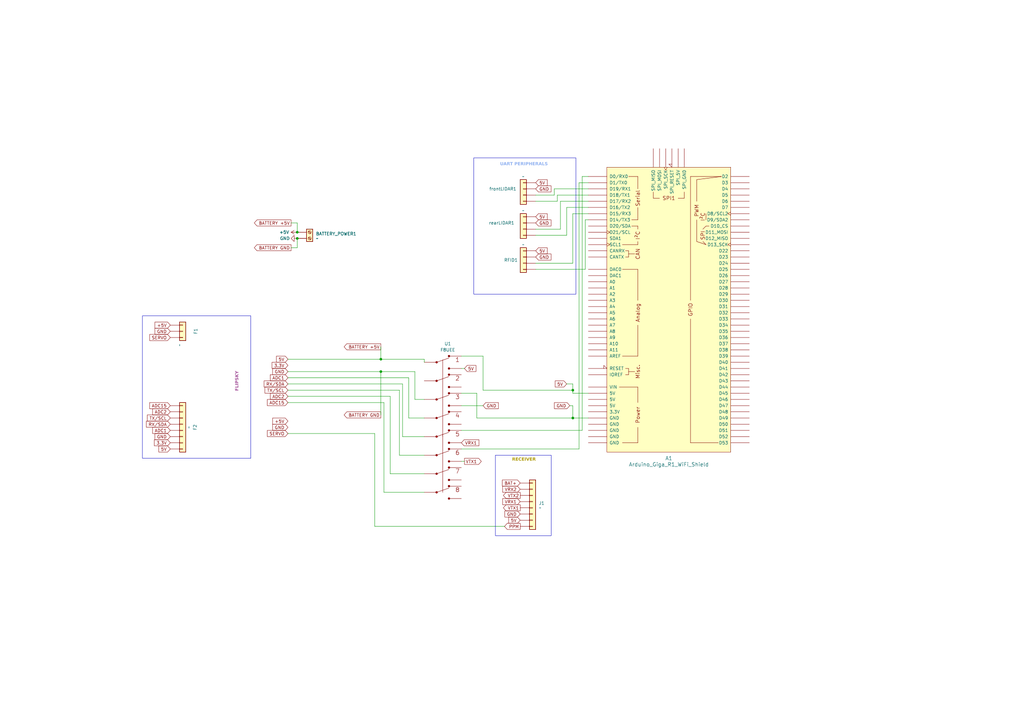
<source format=kicad_sch>
(kicad_sch
	(version 20231120)
	(generator "eeschema")
	(generator_version "8.0")
	(uuid "e1e18356-0eac-4e11-b097-a7a11476b483")
	(paper "A3")
	(lib_symbols
		(symbol "Conn_01x04_1"
			(pin_numbers hide)
			(pin_names
				(offset 1.016) hide)
			(exclude_from_sim no)
			(in_bom yes)
			(on_board yes)
			(property "Reference" "J"
				(at 0 5.08 0)
				(effects
					(font
						(size 1.27 1.27)
					)
				)
			)
			(property "Value" "Conn_01x04"
				(at 0 -7.62 0)
				(effects
					(font
						(size 1.27 1.27)
					)
				)
			)
			(property "Footprint" ""
				(at 0 0 0)
				(effects
					(font
						(size 1.27 1.27)
					)
					(hide yes)
				)
			)
			(property "Datasheet" "~"
				(at 0 0 0)
				(effects
					(font
						(size 1.27 1.27)
					)
					(hide yes)
				)
			)
			(property "Description" "Generic connector, single row, 01x04, script generated (kicad-library-utils/schlib/autogen/connector/)"
				(at 0 0 0)
				(effects
					(font
						(size 1.27 1.27)
					)
					(hide yes)
				)
			)
			(property "ki_keywords" "connector"
				(at 0 0 0)
				(effects
					(font
						(size 1.27 1.27)
					)
					(hide yes)
				)
			)
			(property "ki_fp_filters" "Connector*:*_1x??_*"
				(at 0 0 0)
				(effects
					(font
						(size 1.27 1.27)
					)
					(hide yes)
				)
			)
			(symbol "Conn_01x04_1_1_1"
				(rectangle
					(start -1.27 -4.953)
					(end 0 -5.207)
					(stroke
						(width 0.1524)
						(type default)
					)
					(fill
						(type none)
					)
				)
				(rectangle
					(start -1.27 -2.413)
					(end 0 -2.667)
					(stroke
						(width 0.1524)
						(type default)
					)
					(fill
						(type none)
					)
				)
				(rectangle
					(start -1.27 0.127)
					(end 0 -0.127)
					(stroke
						(width 0.1524)
						(type default)
					)
					(fill
						(type none)
					)
				)
				(rectangle
					(start -1.27 2.667)
					(end 0 2.413)
					(stroke
						(width 0.1524)
						(type default)
					)
					(fill
						(type none)
					)
				)
				(rectangle
					(start -1.27 3.81)
					(end 1.27 -6.35)
					(stroke
						(width 0.254)
						(type default)
					)
					(fill
						(type background)
					)
				)
				(pin passive line
					(at -5.08 2.54 0)
					(length 3.81)
					(name "Pin_1"
						(effects
							(font
								(size 1.27 1.27)
							)
						)
					)
					(number "1"
						(effects
							(font
								(size 1.27 1.27)
							)
						)
					)
				)
				(pin passive line
					(at -5.08 0 0)
					(length 3.81)
					(name "Pin_2"
						(effects
							(font
								(size 1.27 1.27)
							)
						)
					)
					(number "2"
						(effects
							(font
								(size 1.27 1.27)
							)
						)
					)
				)
				(pin passive line
					(at -5.08 -2.54 0)
					(length 3.81)
					(name "Pin_3"
						(effects
							(font
								(size 1.27 1.27)
							)
						)
					)
					(number "3"
						(effects
							(font
								(size 1.27 1.27)
							)
						)
					)
				)
				(pin passive line
					(at -5.08 -5.08 0)
					(length 3.81)
					(name "Pin_4"
						(effects
							(font
								(size 1.27 1.27)
							)
						)
					)
					(number "4"
						(effects
							(font
								(size 1.27 1.27)
							)
						)
					)
				)
			)
		)
		(symbol "Conn_01x04_2"
			(pin_numbers hide)
			(pin_names
				(offset 1.016) hide)
			(exclude_from_sim no)
			(in_bom yes)
			(on_board yes)
			(property "Reference" "J"
				(at 0 5.08 0)
				(effects
					(font
						(size 1.27 1.27)
					)
				)
			)
			(property "Value" "Conn_01x04"
				(at 0 -7.62 0)
				(effects
					(font
						(size 1.27 1.27)
					)
				)
			)
			(property "Footprint" ""
				(at 0 0 0)
				(effects
					(font
						(size 1.27 1.27)
					)
					(hide yes)
				)
			)
			(property "Datasheet" "~"
				(at 0 0 0)
				(effects
					(font
						(size 1.27 1.27)
					)
					(hide yes)
				)
			)
			(property "Description" "Generic connector, single row, 01x04, script generated (kicad-library-utils/schlib/autogen/connector/)"
				(at 0 0 0)
				(effects
					(font
						(size 1.27 1.27)
					)
					(hide yes)
				)
			)
			(property "ki_keywords" "connector"
				(at 0 0 0)
				(effects
					(font
						(size 1.27 1.27)
					)
					(hide yes)
				)
			)
			(property "ki_fp_filters" "Connector*:*_1x??_*"
				(at 0 0 0)
				(effects
					(font
						(size 1.27 1.27)
					)
					(hide yes)
				)
			)
			(symbol "Conn_01x04_2_1_1"
				(rectangle
					(start -1.27 -4.953)
					(end 0 -5.207)
					(stroke
						(width 0.1524)
						(type default)
					)
					(fill
						(type none)
					)
				)
				(rectangle
					(start -1.27 -2.413)
					(end 0 -2.667)
					(stroke
						(width 0.1524)
						(type default)
					)
					(fill
						(type none)
					)
				)
				(rectangle
					(start -1.27 0.127)
					(end 0 -0.127)
					(stroke
						(width 0.1524)
						(type default)
					)
					(fill
						(type none)
					)
				)
				(rectangle
					(start -1.27 2.667)
					(end 0 2.413)
					(stroke
						(width 0.1524)
						(type default)
					)
					(fill
						(type none)
					)
				)
				(rectangle
					(start -1.27 3.81)
					(end 1.27 -6.35)
					(stroke
						(width 0.254)
						(type default)
					)
					(fill
						(type background)
					)
				)
				(pin passive line
					(at -5.08 2.54 0)
					(length 3.81)
					(name "Pin_1"
						(effects
							(font
								(size 1.27 1.27)
							)
						)
					)
					(number "1"
						(effects
							(font
								(size 1.27 1.27)
							)
						)
					)
				)
				(pin passive line
					(at -5.08 0 0)
					(length 3.81)
					(name "Pin_2"
						(effects
							(font
								(size 1.27 1.27)
							)
						)
					)
					(number "2"
						(effects
							(font
								(size 1.27 1.27)
							)
						)
					)
				)
				(pin passive line
					(at -5.08 -2.54 0)
					(length 3.81)
					(name "Pin_3"
						(effects
							(font
								(size 1.27 1.27)
							)
						)
					)
					(number "3"
						(effects
							(font
								(size 1.27 1.27)
							)
						)
					)
				)
				(pin passive line
					(at -5.08 -5.08 0)
					(length 3.81)
					(name "Pin_4"
						(effects
							(font
								(size 1.27 1.27)
							)
						)
					)
					(number "4"
						(effects
							(font
								(size 1.27 1.27)
							)
						)
					)
				)
			)
		)
		(symbol "Connector:Screw_Terminal_01x02"
			(pin_numbers hide)
			(pin_names
				(offset 1.016) hide)
			(exclude_from_sim no)
			(in_bom yes)
			(on_board yes)
			(property "Reference" "J"
				(at 0 2.54 0)
				(effects
					(font
						(size 1.27 1.27)
					)
				)
			)
			(property "Value" "Screw_Terminal_01x02"
				(at 0 -5.08 0)
				(effects
					(font
						(size 1.27 1.27)
					)
				)
			)
			(property "Footprint" ""
				(at 0 0 0)
				(effects
					(font
						(size 1.27 1.27)
					)
					(hide yes)
				)
			)
			(property "Datasheet" "~"
				(at 0 0 0)
				(effects
					(font
						(size 1.27 1.27)
					)
					(hide yes)
				)
			)
			(property "Description" "Generic screw terminal, single row, 01x02, script generated (kicad-library-utils/schlib/autogen/connector/)"
				(at 0 0 0)
				(effects
					(font
						(size 1.27 1.27)
					)
					(hide yes)
				)
			)
			(property "ki_keywords" "screw terminal"
				(at 0 0 0)
				(effects
					(font
						(size 1.27 1.27)
					)
					(hide yes)
				)
			)
			(property "ki_fp_filters" "TerminalBlock*:*"
				(at 0 0 0)
				(effects
					(font
						(size 1.27 1.27)
					)
					(hide yes)
				)
			)
			(symbol "Screw_Terminal_01x02_1_1"
				(rectangle
					(start -1.27 1.27)
					(end 1.27 -3.81)
					(stroke
						(width 0.254)
						(type default)
					)
					(fill
						(type background)
					)
				)
				(circle
					(center 0 -2.54)
					(radius 0.635)
					(stroke
						(width 0.1524)
						(type default)
					)
					(fill
						(type none)
					)
				)
				(polyline
					(pts
						(xy -0.5334 -2.2098) (xy 0.3302 -3.048)
					)
					(stroke
						(width 0.1524)
						(type default)
					)
					(fill
						(type none)
					)
				)
				(polyline
					(pts
						(xy -0.5334 0.3302) (xy 0.3302 -0.508)
					)
					(stroke
						(width 0.1524)
						(type default)
					)
					(fill
						(type none)
					)
				)
				(polyline
					(pts
						(xy -0.3556 -2.032) (xy 0.508 -2.8702)
					)
					(stroke
						(width 0.1524)
						(type default)
					)
					(fill
						(type none)
					)
				)
				(polyline
					(pts
						(xy -0.3556 0.508) (xy 0.508 -0.3302)
					)
					(stroke
						(width 0.1524)
						(type default)
					)
					(fill
						(type none)
					)
				)
				(circle
					(center 0 0)
					(radius 0.635)
					(stroke
						(width 0.1524)
						(type default)
					)
					(fill
						(type none)
					)
				)
				(pin passive line
					(at -5.08 0 0)
					(length 3.81)
					(name "Pin_1"
						(effects
							(font
								(size 1.27 1.27)
							)
						)
					)
					(number "1"
						(effects
							(font
								(size 1.27 1.27)
							)
						)
					)
				)
				(pin passive line
					(at -5.08 -2.54 0)
					(length 3.81)
					(name "Pin_2"
						(effects
							(font
								(size 1.27 1.27)
							)
						)
					)
					(number "2"
						(effects
							(font
								(size 1.27 1.27)
							)
						)
					)
				)
			)
		)
		(symbol "Connector_Generic:Conn_01x03"
			(pin_numbers hide)
			(pin_names
				(offset 1.016) hide)
			(exclude_from_sim no)
			(in_bom yes)
			(on_board yes)
			(property "Reference" "J"
				(at 0 5.08 0)
				(effects
					(font
						(size 1.27 1.27)
					)
				)
			)
			(property "Value" "Conn_01x03"
				(at 0 -5.08 0)
				(effects
					(font
						(size 1.27 1.27)
					)
				)
			)
			(property "Footprint" ""
				(at 0 0 0)
				(effects
					(font
						(size 1.27 1.27)
					)
					(hide yes)
				)
			)
			(property "Datasheet" "~"
				(at 0 0 0)
				(effects
					(font
						(size 1.27 1.27)
					)
					(hide yes)
				)
			)
			(property "Description" "Generic connector, single row, 01x03, script generated (kicad-library-utils/schlib/autogen/connector/)"
				(at 0 0 0)
				(effects
					(font
						(size 1.27 1.27)
					)
					(hide yes)
				)
			)
			(property "ki_keywords" "connector"
				(at 0 0 0)
				(effects
					(font
						(size 1.27 1.27)
					)
					(hide yes)
				)
			)
			(property "ki_fp_filters" "Connector*:*_1x??_*"
				(at 0 0 0)
				(effects
					(font
						(size 1.27 1.27)
					)
					(hide yes)
				)
			)
			(symbol "Conn_01x03_1_1"
				(rectangle
					(start -1.27 -2.413)
					(end 0 -2.667)
					(stroke
						(width 0.1524)
						(type default)
					)
					(fill
						(type none)
					)
				)
				(rectangle
					(start -1.27 0.127)
					(end 0 -0.127)
					(stroke
						(width 0.1524)
						(type default)
					)
					(fill
						(type none)
					)
				)
				(rectangle
					(start -1.27 2.667)
					(end 0 2.413)
					(stroke
						(width 0.1524)
						(type default)
					)
					(fill
						(type none)
					)
				)
				(rectangle
					(start -1.27 3.81)
					(end 1.27 -3.81)
					(stroke
						(width 0.254)
						(type default)
					)
					(fill
						(type background)
					)
				)
				(pin passive line
					(at -5.08 2.54 0)
					(length 3.81)
					(name "Pin_1"
						(effects
							(font
								(size 1.27 1.27)
							)
						)
					)
					(number "1"
						(effects
							(font
								(size 1.27 1.27)
							)
						)
					)
				)
				(pin passive line
					(at -5.08 0 0)
					(length 3.81)
					(name "Pin_2"
						(effects
							(font
								(size 1.27 1.27)
							)
						)
					)
					(number "2"
						(effects
							(font
								(size 1.27 1.27)
							)
						)
					)
				)
				(pin passive line
					(at -5.08 -2.54 0)
					(length 3.81)
					(name "Pin_3"
						(effects
							(font
								(size 1.27 1.27)
							)
						)
					)
					(number "3"
						(effects
							(font
								(size 1.27 1.27)
							)
						)
					)
				)
			)
		)
		(symbol "Connector_Generic:Conn_01x04"
			(pin_numbers hide)
			(pin_names
				(offset 1.016) hide)
			(exclude_from_sim no)
			(in_bom yes)
			(on_board yes)
			(property "Reference" "J"
				(at 0 5.08 0)
				(effects
					(font
						(size 1.27 1.27)
					)
				)
			)
			(property "Value" "Conn_01x04"
				(at 0 -7.62 0)
				(effects
					(font
						(size 1.27 1.27)
					)
				)
			)
			(property "Footprint" ""
				(at 0 0 0)
				(effects
					(font
						(size 1.27 1.27)
					)
					(hide yes)
				)
			)
			(property "Datasheet" "~"
				(at 0 0 0)
				(effects
					(font
						(size 1.27 1.27)
					)
					(hide yes)
				)
			)
			(property "Description" "Generic connector, single row, 01x04, script generated (kicad-library-utils/schlib/autogen/connector/)"
				(at 0 0 0)
				(effects
					(font
						(size 1.27 1.27)
					)
					(hide yes)
				)
			)
			(property "ki_keywords" "connector"
				(at 0 0 0)
				(effects
					(font
						(size 1.27 1.27)
					)
					(hide yes)
				)
			)
			(property "ki_fp_filters" "Connector*:*_1x??_*"
				(at 0 0 0)
				(effects
					(font
						(size 1.27 1.27)
					)
					(hide yes)
				)
			)
			(symbol "Conn_01x04_1_1"
				(rectangle
					(start -1.27 -4.953)
					(end 0 -5.207)
					(stroke
						(width 0.1524)
						(type default)
					)
					(fill
						(type none)
					)
				)
				(rectangle
					(start -1.27 -2.413)
					(end 0 -2.667)
					(stroke
						(width 0.1524)
						(type default)
					)
					(fill
						(type none)
					)
				)
				(rectangle
					(start -1.27 0.127)
					(end 0 -0.127)
					(stroke
						(width 0.1524)
						(type default)
					)
					(fill
						(type none)
					)
				)
				(rectangle
					(start -1.27 2.667)
					(end 0 2.413)
					(stroke
						(width 0.1524)
						(type default)
					)
					(fill
						(type none)
					)
				)
				(rectangle
					(start -1.27 3.81)
					(end 1.27 -6.35)
					(stroke
						(width 0.254)
						(type default)
					)
					(fill
						(type background)
					)
				)
				(pin passive line
					(at -5.08 2.54 0)
					(length 3.81)
					(name "Pin_1"
						(effects
							(font
								(size 1.27 1.27)
							)
						)
					)
					(number "1"
						(effects
							(font
								(size 1.27 1.27)
							)
						)
					)
				)
				(pin passive line
					(at -5.08 0 0)
					(length 3.81)
					(name "Pin_2"
						(effects
							(font
								(size 1.27 1.27)
							)
						)
					)
					(number "2"
						(effects
							(font
								(size 1.27 1.27)
							)
						)
					)
				)
				(pin passive line
					(at -5.08 -2.54 0)
					(length 3.81)
					(name "Pin_3"
						(effects
							(font
								(size 1.27 1.27)
							)
						)
					)
					(number "3"
						(effects
							(font
								(size 1.27 1.27)
							)
						)
					)
				)
				(pin passive line
					(at -5.08 -5.08 0)
					(length 3.81)
					(name "Pin_4"
						(effects
							(font
								(size 1.27 1.27)
							)
						)
					)
					(number "4"
						(effects
							(font
								(size 1.27 1.27)
							)
						)
					)
				)
			)
		)
		(symbol "Connector_Generic:Conn_01x08"
			(pin_numbers hide)
			(pin_names
				(offset 1.016) hide)
			(exclude_from_sim no)
			(in_bom yes)
			(on_board yes)
			(property "Reference" "J"
				(at 0 10.16 0)
				(effects
					(font
						(size 1.27 1.27)
					)
				)
			)
			(property "Value" "Conn_01x08"
				(at 0 -12.7 0)
				(effects
					(font
						(size 1.27 1.27)
					)
				)
			)
			(property "Footprint" ""
				(at 0 0 0)
				(effects
					(font
						(size 1.27 1.27)
					)
					(hide yes)
				)
			)
			(property "Datasheet" "~"
				(at 0 0 0)
				(effects
					(font
						(size 1.27 1.27)
					)
					(hide yes)
				)
			)
			(property "Description" "Generic connector, single row, 01x08, script generated (kicad-library-utils/schlib/autogen/connector/)"
				(at 0 0 0)
				(effects
					(font
						(size 1.27 1.27)
					)
					(hide yes)
				)
			)
			(property "ki_keywords" "connector"
				(at 0 0 0)
				(effects
					(font
						(size 1.27 1.27)
					)
					(hide yes)
				)
			)
			(property "ki_fp_filters" "Connector*:*_1x??_*"
				(at 0 0 0)
				(effects
					(font
						(size 1.27 1.27)
					)
					(hide yes)
				)
			)
			(symbol "Conn_01x08_1_1"
				(rectangle
					(start -1.27 -10.033)
					(end 0 -10.287)
					(stroke
						(width 0.1524)
						(type default)
					)
					(fill
						(type none)
					)
				)
				(rectangle
					(start -1.27 -7.493)
					(end 0 -7.747)
					(stroke
						(width 0.1524)
						(type default)
					)
					(fill
						(type none)
					)
				)
				(rectangle
					(start -1.27 -4.953)
					(end 0 -5.207)
					(stroke
						(width 0.1524)
						(type default)
					)
					(fill
						(type none)
					)
				)
				(rectangle
					(start -1.27 -2.413)
					(end 0 -2.667)
					(stroke
						(width 0.1524)
						(type default)
					)
					(fill
						(type none)
					)
				)
				(rectangle
					(start -1.27 0.127)
					(end 0 -0.127)
					(stroke
						(width 0.1524)
						(type default)
					)
					(fill
						(type none)
					)
				)
				(rectangle
					(start -1.27 2.667)
					(end 0 2.413)
					(stroke
						(width 0.1524)
						(type default)
					)
					(fill
						(type none)
					)
				)
				(rectangle
					(start -1.27 5.207)
					(end 0 4.953)
					(stroke
						(width 0.1524)
						(type default)
					)
					(fill
						(type none)
					)
				)
				(rectangle
					(start -1.27 7.747)
					(end 0 7.493)
					(stroke
						(width 0.1524)
						(type default)
					)
					(fill
						(type none)
					)
				)
				(rectangle
					(start -1.27 8.89)
					(end 1.27 -11.43)
					(stroke
						(width 0.254)
						(type default)
					)
					(fill
						(type background)
					)
				)
				(pin passive line
					(at -5.08 7.62 0)
					(length 3.81)
					(name "Pin_1"
						(effects
							(font
								(size 1.27 1.27)
							)
						)
					)
					(number "1"
						(effects
							(font
								(size 1.27 1.27)
							)
						)
					)
				)
				(pin passive line
					(at -5.08 5.08 0)
					(length 3.81)
					(name "Pin_2"
						(effects
							(font
								(size 1.27 1.27)
							)
						)
					)
					(number "2"
						(effects
							(font
								(size 1.27 1.27)
							)
						)
					)
				)
				(pin passive line
					(at -5.08 2.54 0)
					(length 3.81)
					(name "Pin_3"
						(effects
							(font
								(size 1.27 1.27)
							)
						)
					)
					(number "3"
						(effects
							(font
								(size 1.27 1.27)
							)
						)
					)
				)
				(pin passive line
					(at -5.08 0 0)
					(length 3.81)
					(name "Pin_4"
						(effects
							(font
								(size 1.27 1.27)
							)
						)
					)
					(number "4"
						(effects
							(font
								(size 1.27 1.27)
							)
						)
					)
				)
				(pin passive line
					(at -5.08 -2.54 0)
					(length 3.81)
					(name "Pin_5"
						(effects
							(font
								(size 1.27 1.27)
							)
						)
					)
					(number "5"
						(effects
							(font
								(size 1.27 1.27)
							)
						)
					)
				)
				(pin passive line
					(at -5.08 -5.08 0)
					(length 3.81)
					(name "Pin_6"
						(effects
							(font
								(size 1.27 1.27)
							)
						)
					)
					(number "6"
						(effects
							(font
								(size 1.27 1.27)
							)
						)
					)
				)
				(pin passive line
					(at -5.08 -7.62 0)
					(length 3.81)
					(name "Pin_7"
						(effects
							(font
								(size 1.27 1.27)
							)
						)
					)
					(number "7"
						(effects
							(font
								(size 1.27 1.27)
							)
						)
					)
				)
				(pin passive line
					(at -5.08 -10.16 0)
					(length 3.81)
					(name "Pin_8"
						(effects
							(font
								(size 1.27 1.27)
							)
						)
					)
					(number "8"
						(effects
							(font
								(size 1.27 1.27)
							)
						)
					)
				)
			)
		)
		(symbol "F8UEE:F8UEE"
			(pin_numbers hide)
			(pin_names
				(offset 1.016)
			)
			(exclude_from_sim no)
			(in_bom yes)
			(on_board yes)
			(property "Reference" "U"
				(at 0 0 0)
				(effects
					(font
						(size 1.27 1.27)
					)
					(justify bottom)
				)
			)
			(property "Value" "F8UEE"
				(at 0 0 0)
				(effects
					(font
						(size 1.27 1.27)
					)
					(justify bottom)
				)
			)
			(property "Footprint" "F8UEE:F8UEE"
				(at 0 0 0)
				(effects
					(font
						(size 1.27 1.27)
					)
					(justify bottom)
					(hide yes)
				)
			)
			(property "Datasheet" ""
				(at 0 0 0)
				(effects
					(font
						(size 1.27 1.27)
					)
					(hide yes)
				)
			)
			(property "Description" ""
				(at 0 0 0)
				(effects
					(font
						(size 1.27 1.27)
					)
					(hide yes)
				)
			)
			(property "MF" "CK"
				(at 0 0 0)
				(effects
					(font
						(size 1.27 1.27)
					)
					(justify bottom)
					(hide yes)
				)
			)
			(property "Description_1" "\n                        \n                            Pushbutton Switch 8PDT Standard Through Hole, Right Angle\n                        \n"
				(at 0 0 0)
				(effects
					(font
						(size 1.27 1.27)
					)
					(justify bottom)
					(hide yes)
				)
			)
			(property "Package" "None"
				(at 0 0 0)
				(effects
					(font
						(size 1.27 1.27)
					)
					(justify bottom)
					(hide yes)
				)
			)
			(property "Price" "None"
				(at 0 0 0)
				(effects
					(font
						(size 1.27 1.27)
					)
					(justify bottom)
					(hide yes)
				)
			)
			(property "SnapEDA_Link" "https://www.snapeda.com/parts/F8UEE/Ohio+Buckeye/view-part/?ref=snap"
				(at 0 0 0)
				(effects
					(font
						(size 1.27 1.27)
					)
					(justify bottom)
					(hide yes)
				)
			)
			(property "MP" "F8UEE"
				(at 0 0 0)
				(effects
					(font
						(size 1.27 1.27)
					)
					(justify bottom)
					(hide yes)
				)
			)
			(property "Availability" "In Stock"
				(at 0 0 0)
				(effects
					(font
						(size 1.27 1.27)
					)
					(justify bottom)
					(hide yes)
				)
			)
			(property "Check_prices" "https://www.snapeda.com/parts/F8UEE/Ohio+Buckeye/view-part/?ref=eda"
				(at 0 0 0)
				(effects
					(font
						(size 1.27 1.27)
					)
					(justify bottom)
					(hide yes)
				)
			)
			(symbol "F8UEE_0_0"
				(circle
					(center -10.16 -30.48)
					(radius 0.254)
					(stroke
						(width 0.4064)
						(type default)
					)
					(fill
						(type none)
					)
				)
				(circle
					(center -10.16 -22.86)
					(radius 0.254)
					(stroke
						(width 0.4064)
						(type default)
					)
					(fill
						(type none)
					)
				)
				(circle
					(center -10.16 -15.24)
					(radius 0.254)
					(stroke
						(width 0.4064)
						(type default)
					)
					(fill
						(type none)
					)
				)
				(circle
					(center -10.16 -7.62)
					(radius 0.254)
					(stroke
						(width 0.4064)
						(type default)
					)
					(fill
						(type none)
					)
				)
				(circle
					(center -10.16 0)
					(radius 0.254)
					(stroke
						(width 0.4064)
						(type default)
					)
					(fill
						(type none)
					)
				)
				(circle
					(center -10.16 7.62)
					(radius 0.254)
					(stroke
						(width 0.4064)
						(type default)
					)
					(fill
						(type none)
					)
				)
				(circle
					(center -10.16 15.24)
					(radius 0.254)
					(stroke
						(width 0.4064)
						(type default)
					)
					(fill
						(type none)
					)
				)
				(circle
					(center -10.16 22.86)
					(radius 0.254)
					(stroke
						(width 0.4064)
						(type default)
					)
					(fill
						(type none)
					)
				)
				(circle
					(center -5.08 -33.02)
					(radius 0.254)
					(stroke
						(width 0.4064)
						(type default)
					)
					(fill
						(type none)
					)
				)
				(circle
					(center -5.08 -27.94)
					(radius 0.254)
					(stroke
						(width 0.4064)
						(type default)
					)
					(fill
						(type none)
					)
				)
				(circle
					(center -5.08 -25.4)
					(radius 0.254)
					(stroke
						(width 0.4064)
						(type default)
					)
					(fill
						(type none)
					)
				)
				(circle
					(center -5.08 -20.32)
					(radius 0.254)
					(stroke
						(width 0.4064)
						(type default)
					)
					(fill
						(type none)
					)
				)
				(circle
					(center -5.08 -17.78)
					(radius 0.254)
					(stroke
						(width 0.4064)
						(type default)
					)
					(fill
						(type none)
					)
				)
				(circle
					(center -5.08 -12.7)
					(radius 0.254)
					(stroke
						(width 0.4064)
						(type default)
					)
					(fill
						(type none)
					)
				)
				(circle
					(center -5.08 -10.16)
					(radius 0.254)
					(stroke
						(width 0.4064)
						(type default)
					)
					(fill
						(type none)
					)
				)
				(circle
					(center -5.08 -5.08)
					(radius 0.254)
					(stroke
						(width 0.4064)
						(type default)
					)
					(fill
						(type none)
					)
				)
				(circle
					(center -5.08 -2.54)
					(radius 0.254)
					(stroke
						(width 0.4064)
						(type default)
					)
					(fill
						(type none)
					)
				)
				(circle
					(center -5.08 2.54)
					(radius 0.254)
					(stroke
						(width 0.4064)
						(type default)
					)
					(fill
						(type none)
					)
				)
				(circle
					(center -5.08 5.08)
					(radius 0.254)
					(stroke
						(width 0.4064)
						(type default)
					)
					(fill
						(type none)
					)
				)
				(circle
					(center -5.08 10.16)
					(radius 0.254)
					(stroke
						(width 0.4064)
						(type default)
					)
					(fill
						(type none)
					)
				)
				(circle
					(center -5.08 12.7)
					(radius 0.254)
					(stroke
						(width 0.4064)
						(type default)
					)
					(fill
						(type none)
					)
				)
				(circle
					(center -5.08 17.78)
					(radius 0.254)
					(stroke
						(width 0.4064)
						(type default)
					)
					(fill
						(type none)
					)
				)
				(circle
					(center -5.08 20.32)
					(radius 0.254)
					(stroke
						(width 0.4064)
						(type default)
					)
					(fill
						(type none)
					)
				)
				(circle
					(center -5.08 25.4)
					(radius 0.254)
					(stroke
						(width 0.4064)
						(type default)
					)
					(fill
						(type none)
					)
				)
				(polyline
					(pts
						(xy -10.16 -30.48) (xy -5.08 -28.702)
					)
					(stroke
						(width 0.1524)
						(type default)
					)
					(fill
						(type none)
					)
				)
				(polyline
					(pts
						(xy -10.16 -22.86) (xy -5.08 -21.082)
					)
					(stroke
						(width 0.1524)
						(type default)
					)
					(fill
						(type none)
					)
				)
				(polyline
					(pts
						(xy -10.16 -15.24) (xy -5.08 -13.462)
					)
					(stroke
						(width 0.1524)
						(type default)
					)
					(fill
						(type none)
					)
				)
				(polyline
					(pts
						(xy -10.16 -7.62) (xy -5.08 -5.842)
					)
					(stroke
						(width 0.1524)
						(type default)
					)
					(fill
						(type none)
					)
				)
				(polyline
					(pts
						(xy -10.16 0) (xy -5.08 1.778)
					)
					(stroke
						(width 0.1524)
						(type default)
					)
					(fill
						(type none)
					)
				)
				(polyline
					(pts
						(xy -10.16 7.62) (xy -5.08 9.398)
					)
					(stroke
						(width 0.1524)
						(type default)
					)
					(fill
						(type none)
					)
				)
				(polyline
					(pts
						(xy -10.16 15.24) (xy -5.08 17.018)
					)
					(stroke
						(width 0.1524)
						(type default)
					)
					(fill
						(type none)
					)
				)
				(polyline
					(pts
						(xy -10.16 22.86) (xy -5.08 24.638)
					)
					(stroke
						(width 0.1524)
						(type default)
					)
					(fill
						(type none)
					)
				)
				(polyline
					(pts
						(xy -7.62 -6.604) (xy -7.62 -30.48)
					)
					(stroke
						(width 0.1524)
						(type default)
					)
					(fill
						(type none)
					)
				)
				(polyline
					(pts
						(xy -7.62 23.876) (xy -7.62 -7.62)
					)
					(stroke
						(width 0.1524)
						(type default)
					)
					(fill
						(type none)
					)
				)
				(text "1"
					(at -2.54 22.86 0)
					(effects
						(font
							(size 1.778 1.778)
						)
						(justify left bottom)
					)
				)
				(text "2"
					(at -2.54 15.24 0)
					(effects
						(font
							(size 1.778 1.778)
						)
						(justify left bottom)
					)
				)
				(text "3"
					(at -2.54 7.62 0)
					(effects
						(font
							(size 1.778 1.778)
						)
						(justify left bottom)
					)
				)
				(text "4"
					(at -2.54 0 0)
					(effects
						(font
							(size 1.778 1.778)
						)
						(justify left bottom)
					)
				)
				(text "5"
					(at -2.54 -7.62 0)
					(effects
						(font
							(size 1.778 1.778)
						)
						(justify left bottom)
					)
				)
				(text "6"
					(at -2.54 -15.24 0)
					(effects
						(font
							(size 1.778 1.778)
						)
						(justify left bottom)
					)
				)
				(text "7"
					(at -2.54 -22.86 0)
					(effects
						(font
							(size 1.778 1.778)
						)
						(justify left bottom)
					)
				)
				(text "8"
					(at -2.54 -30.48 0)
					(effects
						(font
							(size 1.778 1.778)
						)
						(justify left bottom)
					)
				)
				(pin bidirectional line
					(at -15.24 22.86 0)
					(length 5.08)
					(name "~"
						(effects
							(font
								(size 1.016 1.016)
							)
						)
					)
					(number "1IN"
						(effects
							(font
								(size 1.016 1.016)
							)
						)
					)
				)
				(pin bidirectional line
					(at 0 25.4 180)
					(length 5.08)
					(name "~"
						(effects
							(font
								(size 1.016 1.016)
							)
						)
					)
					(number "1OUT1"
						(effects
							(font
								(size 1.016 1.016)
							)
						)
					)
				)
				(pin bidirectional line
					(at 0 20.32 180)
					(length 5.08)
					(name "~"
						(effects
							(font
								(size 1.016 1.016)
							)
						)
					)
					(number "1OUT2"
						(effects
							(font
								(size 1.016 1.016)
							)
						)
					)
				)
				(pin bidirectional line
					(at -15.24 15.24 0)
					(length 5.08)
					(name "~"
						(effects
							(font
								(size 1.016 1.016)
							)
						)
					)
					(number "2IN"
						(effects
							(font
								(size 1.016 1.016)
							)
						)
					)
				)
				(pin bidirectional line
					(at 0 17.78 180)
					(length 5.08)
					(name "~"
						(effects
							(font
								(size 1.016 1.016)
							)
						)
					)
					(number "2OUT1"
						(effects
							(font
								(size 1.016 1.016)
							)
						)
					)
				)
				(pin bidirectional line
					(at 0 12.7 180)
					(length 5.08)
					(name "~"
						(effects
							(font
								(size 1.016 1.016)
							)
						)
					)
					(number "2OUT2"
						(effects
							(font
								(size 1.016 1.016)
							)
						)
					)
				)
				(pin bidirectional line
					(at -15.24 7.62 0)
					(length 5.08)
					(name "~"
						(effects
							(font
								(size 1.016 1.016)
							)
						)
					)
					(number "3IN"
						(effects
							(font
								(size 1.016 1.016)
							)
						)
					)
				)
				(pin bidirectional line
					(at 0 10.16 180)
					(length 5.08)
					(name "~"
						(effects
							(font
								(size 1.016 1.016)
							)
						)
					)
					(number "3OUT1"
						(effects
							(font
								(size 1.016 1.016)
							)
						)
					)
				)
				(pin bidirectional line
					(at 0 5.08 180)
					(length 5.08)
					(name "~"
						(effects
							(font
								(size 1.016 1.016)
							)
						)
					)
					(number "3OUT2"
						(effects
							(font
								(size 1.016 1.016)
							)
						)
					)
				)
				(pin bidirectional line
					(at -15.24 0 0)
					(length 5.08)
					(name "~"
						(effects
							(font
								(size 1.016 1.016)
							)
						)
					)
					(number "4IN"
						(effects
							(font
								(size 1.016 1.016)
							)
						)
					)
				)
				(pin bidirectional line
					(at 0 2.54 180)
					(length 5.08)
					(name "~"
						(effects
							(font
								(size 1.016 1.016)
							)
						)
					)
					(number "4OUT1"
						(effects
							(font
								(size 1.016 1.016)
							)
						)
					)
				)
				(pin bidirectional line
					(at 0 -2.54 180)
					(length 5.08)
					(name "~"
						(effects
							(font
								(size 1.016 1.016)
							)
						)
					)
					(number "4OUT2"
						(effects
							(font
								(size 1.016 1.016)
							)
						)
					)
				)
				(pin bidirectional line
					(at -15.24 -7.62 0)
					(length 5.08)
					(name "~"
						(effects
							(font
								(size 1.016 1.016)
							)
						)
					)
					(number "5IN"
						(effects
							(font
								(size 1.016 1.016)
							)
						)
					)
				)
				(pin bidirectional line
					(at 0 -5.08 180)
					(length 5.08)
					(name "~"
						(effects
							(font
								(size 1.016 1.016)
							)
						)
					)
					(number "5OUT1"
						(effects
							(font
								(size 1.016 1.016)
							)
						)
					)
				)
				(pin bidirectional line
					(at 0 -10.16 180)
					(length 5.08)
					(name "~"
						(effects
							(font
								(size 1.016 1.016)
							)
						)
					)
					(number "5OUT2"
						(effects
							(font
								(size 1.016 1.016)
							)
						)
					)
				)
				(pin bidirectional line
					(at -15.24 -15.24 0)
					(length 5.08)
					(name "~"
						(effects
							(font
								(size 1.016 1.016)
							)
						)
					)
					(number "6IN"
						(effects
							(font
								(size 1.016 1.016)
							)
						)
					)
				)
				(pin bidirectional line
					(at 0 -12.7 180)
					(length 5.08)
					(name "~"
						(effects
							(font
								(size 1.016 1.016)
							)
						)
					)
					(number "6OUT1"
						(effects
							(font
								(size 1.016 1.016)
							)
						)
					)
				)
				(pin bidirectional line
					(at 0 -17.78 180)
					(length 5.08)
					(name "~"
						(effects
							(font
								(size 1.016 1.016)
							)
						)
					)
					(number "6OUT2"
						(effects
							(font
								(size 1.016 1.016)
							)
						)
					)
				)
				(pin bidirectional line
					(at -15.24 -22.86 0)
					(length 5.08)
					(name "~"
						(effects
							(font
								(size 1.016 1.016)
							)
						)
					)
					(number "7IN"
						(effects
							(font
								(size 1.016 1.016)
							)
						)
					)
				)
				(pin bidirectional line
					(at 0 -20.32 180)
					(length 5.08)
					(name "~"
						(effects
							(font
								(size 1.016 1.016)
							)
						)
					)
					(number "7OUT1"
						(effects
							(font
								(size 1.016 1.016)
							)
						)
					)
				)
				(pin bidirectional line
					(at 0 -25.4 180)
					(length 5.08)
					(name "~"
						(effects
							(font
								(size 1.016 1.016)
							)
						)
					)
					(number "7OUT2"
						(effects
							(font
								(size 1.016 1.016)
							)
						)
					)
				)
				(pin bidirectional line
					(at -15.24 -30.48 0)
					(length 5.08)
					(name "~"
						(effects
							(font
								(size 1.016 1.016)
							)
						)
					)
					(number "8IN"
						(effects
							(font
								(size 1.016 1.016)
							)
						)
					)
				)
				(pin bidirectional line
					(at 0 -27.94 180)
					(length 5.08)
					(name "~"
						(effects
							(font
								(size 1.016 1.016)
							)
						)
					)
					(number "8OUT1"
						(effects
							(font
								(size 1.016 1.016)
							)
						)
					)
				)
				(pin bidirectional line
					(at 0 -33.02 180)
					(length 5.08)
					(name "~"
						(effects
							(font
								(size 1.016 1.016)
							)
						)
					)
					(number "8OUT2"
						(effects
							(font
								(size 1.016 1.016)
							)
						)
					)
				)
			)
		)
		(symbol "arduino-library:Arduino_Giga_R1_WiFi_Shield"
			(pin_numbers hide)
			(pin_names
				(offset 1.016)
			)
			(exclude_from_sim no)
			(in_bom yes)
			(on_board yes)
			(property "Reference" "A"
				(at 0 -62.23 0)
				(effects
					(font
						(size 1.524 1.524)
					)
				)
			)
			(property "Value" "Arduino_Giga_R1_WiFi_Shield"
				(at 0 -66.04 0)
				(effects
					(font
						(size 1.524 1.524)
					)
				)
			)
			(property "Footprint" "PCM_arduino-library:Arduino_Giga_R1_WiFi_Shield"
				(at 0 -73.66 0)
				(effects
					(font
						(size 1.524 1.524)
					)
					(hide yes)
				)
			)
			(property "Datasheet" "https://docs.arduino.cc/hardware/giga-r1-wifi"
				(at 0 -69.85 0)
				(effects
					(font
						(size 1.524 1.524)
					)
					(hide yes)
				)
			)
			(property "Description" "Shield for Arduino Giga R1 WiFi"
				(at 0 0 0)
				(effects
					(font
						(size 1.27 1.27)
					)
					(hide yes)
				)
			)
			(property "ki_keywords" "Arduino MPU Shield"
				(at 0 0 0)
				(effects
					(font
						(size 1.27 1.27)
					)
					(hide yes)
				)
			)
			(property "ki_fp_filters" "Arduino_Giga_R1_WiFi_Shield"
				(at 0 0 0)
				(effects
					(font
						(size 1.27 1.27)
					)
					(hide yes)
				)
			)
			(symbol "Arduino_Giga_R1_WiFi_Shield_0_0"
				(rectangle
					(start -25.4 -58.42)
					(end 25.4 58.42)
					(stroke
						(width 0)
						(type default)
					)
					(fill
						(type background)
					)
				)
				(rectangle
					(start -20.32 -31.75)
					(end -12.7 -31.75)
					(stroke
						(width 0)
						(type default)
					)
					(fill
						(type none)
					)
				)
				(rectangle
					(start -19.05 -54.61)
					(end -12.7 -54.61)
					(stroke
						(width 0)
						(type default)
					)
					(fill
						(type none)
					)
				)
				(rectangle
					(start -19.05 -19.05)
					(end -12.7 -19.05)
					(stroke
						(width 0)
						(type default)
					)
					(fill
						(type none)
					)
				)
				(rectangle
					(start -19.05 16.51)
					(end -12.7 16.51)
					(stroke
						(width 0)
						(type default)
					)
					(fill
						(type none)
					)
				)
				(rectangle
					(start -19.05 26.67)
					(end -12.7 26.67)
					(stroke
						(width 0)
						(type default)
					)
					(fill
						(type none)
					)
				)
				(rectangle
					(start -17.78 -26.67)
					(end -16.51 -26.67)
					(stroke
						(width 0)
						(type default)
					)
					(fill
						(type none)
					)
				)
				(rectangle
					(start -17.78 -24.13)
					(end -16.51 -24.13)
					(stroke
						(width 0)
						(type default)
					)
					(fill
						(type none)
					)
				)
				(rectangle
					(start -17.78 21.59)
					(end -16.51 21.59)
					(stroke
						(width 0)
						(type default)
					)
					(fill
						(type none)
					)
				)
				(rectangle
					(start -17.78 24.13)
					(end -16.51 24.13)
					(stroke
						(width 0)
						(type default)
					)
					(fill
						(type none)
					)
				)
				(rectangle
					(start -16.51 -25.4)
					(end -13.97 -25.4)
					(stroke
						(width 0)
						(type default)
					)
					(fill
						(type none)
					)
				)
				(rectangle
					(start -16.51 -24.13)
					(end -16.51 -26.67)
					(stroke
						(width 0)
						(type default)
					)
					(fill
						(type none)
					)
				)
				(rectangle
					(start -16.51 22.86)
					(end -13.97 22.86)
					(stroke
						(width 0)
						(type default)
					)
					(fill
						(type none)
					)
				)
				(rectangle
					(start -16.51 24.13)
					(end -16.51 21.59)
					(stroke
						(width 0)
						(type default)
					)
					(fill
						(type none)
					)
				)
				(rectangle
					(start -16.51 54.61)
					(end -12.7 54.61)
					(stroke
						(width 0)
						(type default)
					)
					(fill
						(type none)
					)
				)
				(rectangle
					(start -15.24 34.29)
					(end -12.7 34.29)
					(stroke
						(width 0)
						(type default)
					)
					(fill
						(type none)
					)
				)
				(rectangle
					(start -15.24 36.83)
					(end -12.7 36.83)
					(stroke
						(width 0)
						(type default)
					)
					(fill
						(type none)
					)
				)
				(rectangle
					(start -12.7 -54.61)
					(end -12.7 -48.26)
					(stroke
						(width 0)
						(type default)
					)
					(fill
						(type none)
					)
				)
				(rectangle
					(start -12.7 -31.75)
					(end -12.7 -38.1)
					(stroke
						(width 0)
						(type default)
					)
					(fill
						(type none)
					)
				)
				(rectangle
					(start -12.7 -6.35)
					(end -12.7 -19.05)
					(stroke
						(width 0)
						(type default)
					)
					(fill
						(type none)
					)
				)
				(rectangle
					(start -12.7 16.51)
					(end -12.7 3.81)
					(stroke
						(width 0)
						(type default)
					)
					(fill
						(type none)
					)
				)
				(rectangle
					(start -12.7 26.67)
					(end -12.7 27.94)
					(stroke
						(width 0)
						(type default)
					)
					(fill
						(type none)
					)
				)
				(rectangle
					(start -12.7 34.29)
					(end -12.7 33.02)
					(stroke
						(width 0)
						(type default)
					)
					(fill
						(type none)
					)
				)
				(rectangle
					(start -12.7 41.91)
					(end -12.7 36.83)
					(stroke
						(width 0)
						(type default)
					)
					(fill
						(type none)
					)
				)
				(rectangle
					(start -12.7 49.53)
					(end -12.7 54.61)
					(stroke
						(width 0)
						(type default)
					)
					(fill
						(type none)
					)
				)
				(rectangle
					(start -6.35 45.72)
					(end -3.81 45.72)
					(stroke
						(width 0)
						(type default)
					)
					(fill
						(type none)
					)
				)
				(rectangle
					(start -6.35 48.26)
					(end -6.35 45.72)
					(stroke
						(width 0)
						(type default)
					)
					(fill
						(type none)
					)
				)
				(polyline
					(pts
						(xy 8.89 -54.61) (xy 20.32 -54.61)
					)
					(stroke
						(width 0)
						(type default)
					)
					(fill
						(type none)
					)
				)
				(polyline
					(pts
						(xy 15.24 26.67) (xy 13.97 27.94)
					)
					(stroke
						(width 0)
						(type default)
					)
					(fill
						(type none)
					)
				)
				(polyline
					(pts
						(xy 15.24 39.37) (xy 15.24 36.83)
					)
					(stroke
						(width 0)
						(type default)
					)
					(fill
						(type none)
					)
				)
				(polyline
					(pts
						(xy 21.59 54.61) (xy 8.89 54.61)
					)
					(stroke
						(width 0)
						(type default)
					)
					(fill
						(type none)
					)
				)
				(polyline
					(pts
						(xy 11.43 44.45) (xy 11.43 53.34) (xy 21.59 54.61)
					)
					(stroke
						(width 0)
						(type default)
					)
					(fill
						(type none)
					)
				)
				(polyline
					(pts
						(xy 13.97 33.02) (xy 15.24 34.29) (xy 16.51 34.29)
					)
					(stroke
						(width 0)
						(type default)
					)
					(fill
						(type none)
					)
				)
				(polyline
					(pts
						(xy 15.24 26.67) (xy 11.43 27.94) (xy 11.43 36.83)
					)
					(stroke
						(width 0)
						(type default)
					)
					(fill
						(type none)
					)
				)
				(rectangle
					(start 3.81 45.72)
					(end 6.35 45.72)
					(stroke
						(width 0)
						(type default)
					)
					(fill
						(type none)
					)
				)
				(rectangle
					(start 6.35 48.26)
					(end 6.35 45.72)
					(stroke
						(width 0)
						(type default)
					)
					(fill
						(type none)
					)
				)
				(text "Analog"
					(at -12.7 -1.27 900)
					(effects
						(font
							(size 1.524 1.524)
						)
					)
				)
				(text "CAN"
					(at -12.7 22.86 900)
					(effects
						(font
							(size 1.524 1.524)
						)
					)
				)
				(text "I²C"
					(at -12.7 30.48 900)
					(effects
						(font
							(size 1.524 1.524)
						)
					)
				)
				(text "I²C"
					(at 13.97 38.1 900)
					(effects
						(font
							(size 1.524 1.524)
						)
					)
				)
				(text "Misc."
					(at -12.7 -25.4 900)
					(effects
						(font
							(size 1.524 1.524)
						)
					)
				)
				(text "Power"
					(at -12.7 -43.18 900)
					(effects
						(font
							(size 1.524 1.524)
						)
					)
				)
				(text "PWM"
					(at 11.43 40.64 900)
					(effects
						(font
							(size 1.524 1.524)
						)
					)
				)
				(text "Serial"
					(at -12.7 45.72 900)
					(effects
						(font
							(size 1.524 1.524)
						)
					)
				)
				(text "SPI"
					(at 13.97 30.48 900)
					(effects
						(font
							(size 1.524 1.524)
						)
					)
				)
				(text "SPI1"
					(at 0 45.72 0)
					(effects
						(font
							(size 1.524 1.524)
						)
					)
				)
			)
			(symbol "Arduino_Giga_R1_WiFi_Shield_1_0"
				(rectangle
					(start 8.89 -3.81)
					(end 8.89 -54.61)
					(stroke
						(width 0)
						(type default)
					)
					(fill
						(type none)
					)
				)
				(rectangle
					(start 8.89 54.61)
					(end 8.89 3.81)
					(stroke
						(width 0)
						(type default)
					)
					(fill
						(type none)
					)
				)
				(text "GPIO"
					(at 8.89 0 900)
					(effects
						(font
							(size 1.524 1.524)
						)
					)
				)
			)
			(symbol "Arduino_Giga_R1_WiFi_Shield_1_1"
				(pin power_out line
					(at -33.02 -41.91 0)
					(length 7.62)
					(name "3.3V"
						(effects
							(font
								(size 1.27 1.27)
							)
						)
					)
					(number "3V3"
						(effects
							(font
								(size 1.27 1.27)
							)
						)
					)
				)
				(pin power_in line
					(at -33.02 -34.29 0)
					(length 7.62)
					(name "5V"
						(effects
							(font
								(size 1.27 1.27)
							)
						)
					)
					(number "5V1"
						(effects
							(font
								(size 1.27 1.27)
							)
						)
					)
				)
				(pin power_in line
					(at 3.81 66.04 270)
					(length 7.62)
					(name "SPI_5V"
						(effects
							(font
								(size 1.27 1.27)
							)
						)
					)
					(number "5V2"
						(effects
							(font
								(size 1.27 1.27)
							)
						)
					)
				)
				(pin power_in line
					(at -33.02 -36.83 0)
					(length 7.62)
					(name "5V"
						(effects
							(font
								(size 1.27 1.27)
							)
						)
					)
					(number "5V3"
						(effects
							(font
								(size 1.27 1.27)
							)
						)
					)
				)
				(pin power_in line
					(at -33.02 -39.37 0)
					(length 7.62)
					(name "5V"
						(effects
							(font
								(size 1.27 1.27)
							)
						)
					)
					(number "5V4"
						(effects
							(font
								(size 1.27 1.27)
							)
						)
					)
				)
				(pin bidirectional line
					(at -33.02 11.43 0)
					(length 7.62)
					(name "A0"
						(effects
							(font
								(size 1.27 1.27)
							)
						)
					)
					(number "A0"
						(effects
							(font
								(size 1.27 1.27)
							)
						)
					)
				)
				(pin bidirectional line
					(at -33.02 8.89 0)
					(length 7.62)
					(name "A1"
						(effects
							(font
								(size 1.27 1.27)
							)
						)
					)
					(number "A1"
						(effects
							(font
								(size 1.27 1.27)
							)
						)
					)
				)
				(pin input line
					(at -33.02 -13.97 0)
					(length 7.62)
					(name "A10"
						(effects
							(font
								(size 1.27 1.27)
							)
						)
					)
					(number "A10"
						(effects
							(font
								(size 1.27 1.27)
							)
						)
					)
				)
				(pin input line
					(at -33.02 -16.51 0)
					(length 7.62)
					(name "A11"
						(effects
							(font
								(size 1.27 1.27)
							)
						)
					)
					(number "A11"
						(effects
							(font
								(size 1.27 1.27)
							)
						)
					)
				)
				(pin bidirectional line
					(at -33.02 6.35 0)
					(length 7.62)
					(name "A2"
						(effects
							(font
								(size 1.27 1.27)
							)
						)
					)
					(number "A2"
						(effects
							(font
								(size 1.27 1.27)
							)
						)
					)
				)
				(pin bidirectional line
					(at -33.02 3.81 0)
					(length 7.62)
					(name "A3"
						(effects
							(font
								(size 1.27 1.27)
							)
						)
					)
					(number "A3"
						(effects
							(font
								(size 1.27 1.27)
							)
						)
					)
				)
				(pin bidirectional line
					(at -33.02 1.27 0)
					(length 7.62)
					(name "A4"
						(effects
							(font
								(size 1.27 1.27)
							)
						)
					)
					(number "A4"
						(effects
							(font
								(size 1.27 1.27)
							)
						)
					)
				)
				(pin bidirectional line
					(at -33.02 -1.27 0)
					(length 7.62)
					(name "A5"
						(effects
							(font
								(size 1.27 1.27)
							)
						)
					)
					(number "A5"
						(effects
							(font
								(size 1.27 1.27)
							)
						)
					)
				)
				(pin bidirectional line
					(at -33.02 -3.81 0)
					(length 7.62)
					(name "A6"
						(effects
							(font
								(size 1.27 1.27)
							)
						)
					)
					(number "A6"
						(effects
							(font
								(size 1.27 1.27)
							)
						)
					)
				)
				(pin bidirectional line
					(at -33.02 -6.35 0)
					(length 7.62)
					(name "A7"
						(effects
							(font
								(size 1.27 1.27)
							)
						)
					)
					(number "A7"
						(effects
							(font
								(size 1.27 1.27)
							)
						)
					)
				)
				(pin input line
					(at -33.02 -8.89 0)
					(length 7.62)
					(name "A8"
						(effects
							(font
								(size 1.27 1.27)
							)
						)
					)
					(number "A8"
						(effects
							(font
								(size 1.27 1.27)
							)
						)
					)
				)
				(pin input line
					(at -33.02 -11.43 0)
					(length 7.62)
					(name "A9"
						(effects
							(font
								(size 1.27 1.27)
							)
						)
					)
					(number "A9"
						(effects
							(font
								(size 1.27 1.27)
							)
						)
					)
				)
				(pin input line
					(at -33.02 -19.05 0)
					(length 7.62)
					(name "AREF"
						(effects
							(font
								(size 1.27 1.27)
							)
						)
					)
					(number "AREF"
						(effects
							(font
								(size 1.27 1.27)
							)
						)
					)
				)
				(pin bidirectional line
					(at -33.02 24.13 0)
					(length 7.62)
					(name "CANRX"
						(effects
							(font
								(size 1.27 1.27)
							)
						)
					)
					(number "CANR"
						(effects
							(font
								(size 1.27 1.27)
							)
						)
					)
				)
				(pin bidirectional line
					(at -33.02 21.59 0)
					(length 7.62)
					(name "CANTX"
						(effects
							(font
								(size 1.27 1.27)
							)
						)
					)
					(number "CANT"
						(effects
							(font
								(size 1.27 1.27)
							)
						)
					)
				)
				(pin bidirectional line
					(at -33.02 54.61 0)
					(length 7.62)
					(name "D0/RX0"
						(effects
							(font
								(size 1.27 1.27)
							)
						)
					)
					(number "D0"
						(effects
							(font
								(size 1.27 1.27)
							)
						)
					)
				)
				(pin bidirectional line
					(at -33.02 52.07 0)
					(length 7.62)
					(name "D1/TX0"
						(effects
							(font
								(size 1.27 1.27)
							)
						)
					)
					(number "D1"
						(effects
							(font
								(size 1.27 1.27)
							)
						)
					)
				)
				(pin bidirectional line
					(at 33.02 34.29 180)
					(length 7.62)
					(name "D10_CS"
						(effects
							(font
								(size 1.27 1.27)
							)
						)
					)
					(number "D10"
						(effects
							(font
								(size 1.27 1.27)
							)
						)
					)
				)
				(pin bidirectional line
					(at 33.02 31.75 180)
					(length 7.62)
					(name "D11_MOSI"
						(effects
							(font
								(size 1.27 1.27)
							)
						)
					)
					(number "D11"
						(effects
							(font
								(size 1.27 1.27)
							)
						)
					)
				)
				(pin bidirectional line
					(at 33.02 29.21 180)
					(length 7.62)
					(name "D12_MISO"
						(effects
							(font
								(size 1.27 1.27)
							)
						)
					)
					(number "D12"
						(effects
							(font
								(size 1.27 1.27)
							)
						)
					)
				)
				(pin bidirectional clock
					(at 33.02 26.67 180)
					(length 7.62)
					(name "D13_SCK"
						(effects
							(font
								(size 1.27 1.27)
							)
						)
					)
					(number "D13"
						(effects
							(font
								(size 1.27 1.27)
							)
						)
					)
				)
				(pin bidirectional line
					(at -33.02 36.83 0)
					(length 7.62)
					(name "D14/TX3"
						(effects
							(font
								(size 1.27 1.27)
							)
						)
					)
					(number "D14"
						(effects
							(font
								(size 1.27 1.27)
							)
						)
					)
				)
				(pin bidirectional line
					(at -33.02 39.37 0)
					(length 7.62)
					(name "D15/RX3"
						(effects
							(font
								(size 1.27 1.27)
							)
						)
					)
					(number "D15"
						(effects
							(font
								(size 1.27 1.27)
							)
						)
					)
				)
				(pin bidirectional line
					(at -33.02 41.91 0)
					(length 7.62)
					(name "D16/TX2"
						(effects
							(font
								(size 1.27 1.27)
							)
						)
					)
					(number "D16"
						(effects
							(font
								(size 1.27 1.27)
							)
						)
					)
				)
				(pin bidirectional line
					(at -33.02 44.45 0)
					(length 7.62)
					(name "D17/RX2"
						(effects
							(font
								(size 1.27 1.27)
							)
						)
					)
					(number "D17"
						(effects
							(font
								(size 1.27 1.27)
							)
						)
					)
				)
				(pin bidirectional line
					(at -33.02 46.99 0)
					(length 7.62)
					(name "D18/TX1"
						(effects
							(font
								(size 1.27 1.27)
							)
						)
					)
					(number "D18"
						(effects
							(font
								(size 1.27 1.27)
							)
						)
					)
				)
				(pin bidirectional line
					(at -33.02 49.53 0)
					(length 7.62)
					(name "D19/RX1"
						(effects
							(font
								(size 1.27 1.27)
							)
						)
					)
					(number "D19"
						(effects
							(font
								(size 1.27 1.27)
							)
						)
					)
				)
				(pin bidirectional line
					(at 33.02 54.61 180)
					(length 7.62)
					(name "D2"
						(effects
							(font
								(size 1.27 1.27)
							)
						)
					)
					(number "D2"
						(effects
							(font
								(size 1.27 1.27)
							)
						)
					)
				)
				(pin bidirectional line
					(at -33.02 34.29 0)
					(length 7.62)
					(name "D20/SDA"
						(effects
							(font
								(size 1.27 1.27)
							)
						)
					)
					(number "D20"
						(effects
							(font
								(size 1.27 1.27)
							)
						)
					)
				)
				(pin bidirectional clock
					(at -33.02 31.75 0)
					(length 7.62)
					(name "D21/SCL"
						(effects
							(font
								(size 1.27 1.27)
							)
						)
					)
					(number "D21"
						(effects
							(font
								(size 1.27 1.27)
							)
						)
					)
				)
				(pin bidirectional line
					(at 33.02 24.13 180)
					(length 7.62)
					(name "D22"
						(effects
							(font
								(size 1.27 1.27)
							)
						)
					)
					(number "D22"
						(effects
							(font
								(size 1.27 1.27)
							)
						)
					)
				)
				(pin bidirectional line
					(at 33.02 21.59 180)
					(length 7.62)
					(name "D23"
						(effects
							(font
								(size 1.27 1.27)
							)
						)
					)
					(number "D23"
						(effects
							(font
								(size 1.27 1.27)
							)
						)
					)
				)
				(pin bidirectional line
					(at 33.02 19.05 180)
					(length 7.62)
					(name "D24"
						(effects
							(font
								(size 1.27 1.27)
							)
						)
					)
					(number "D24"
						(effects
							(font
								(size 1.27 1.27)
							)
						)
					)
				)
				(pin bidirectional line
					(at 33.02 16.51 180)
					(length 7.62)
					(name "D25"
						(effects
							(font
								(size 1.27 1.27)
							)
						)
					)
					(number "D25"
						(effects
							(font
								(size 1.27 1.27)
							)
						)
					)
				)
				(pin bidirectional line
					(at 33.02 13.97 180)
					(length 7.62)
					(name "D26"
						(effects
							(font
								(size 1.27 1.27)
							)
						)
					)
					(number "D26"
						(effects
							(font
								(size 1.27 1.27)
							)
						)
					)
				)
				(pin bidirectional line
					(at 33.02 11.43 180)
					(length 7.62)
					(name "D27"
						(effects
							(font
								(size 1.27 1.27)
							)
						)
					)
					(number "D27"
						(effects
							(font
								(size 1.27 1.27)
							)
						)
					)
				)
				(pin bidirectional line
					(at 33.02 8.89 180)
					(length 7.62)
					(name "D28"
						(effects
							(font
								(size 1.27 1.27)
							)
						)
					)
					(number "D28"
						(effects
							(font
								(size 1.27 1.27)
							)
						)
					)
				)
				(pin bidirectional line
					(at 33.02 6.35 180)
					(length 7.62)
					(name "D29"
						(effects
							(font
								(size 1.27 1.27)
							)
						)
					)
					(number "D29"
						(effects
							(font
								(size 1.27 1.27)
							)
						)
					)
				)
				(pin bidirectional line
					(at 33.02 52.07 180)
					(length 7.62)
					(name "D3"
						(effects
							(font
								(size 1.27 1.27)
							)
						)
					)
					(number "D3"
						(effects
							(font
								(size 1.27 1.27)
							)
						)
					)
				)
				(pin bidirectional line
					(at 33.02 3.81 180)
					(length 7.62)
					(name "D30"
						(effects
							(font
								(size 1.27 1.27)
							)
						)
					)
					(number "D30"
						(effects
							(font
								(size 1.27 1.27)
							)
						)
					)
				)
				(pin bidirectional line
					(at 33.02 1.27 180)
					(length 7.62)
					(name "D31"
						(effects
							(font
								(size 1.27 1.27)
							)
						)
					)
					(number "D31"
						(effects
							(font
								(size 1.27 1.27)
							)
						)
					)
				)
				(pin bidirectional line
					(at 33.02 -1.27 180)
					(length 7.62)
					(name "D32"
						(effects
							(font
								(size 1.27 1.27)
							)
						)
					)
					(number "D32"
						(effects
							(font
								(size 1.27 1.27)
							)
						)
					)
				)
				(pin bidirectional line
					(at 33.02 -3.81 180)
					(length 7.62)
					(name "D33"
						(effects
							(font
								(size 1.27 1.27)
							)
						)
					)
					(number "D33"
						(effects
							(font
								(size 1.27 1.27)
							)
						)
					)
				)
				(pin bidirectional line
					(at 33.02 -6.35 180)
					(length 7.62)
					(name "D34"
						(effects
							(font
								(size 1.27 1.27)
							)
						)
					)
					(number "D34"
						(effects
							(font
								(size 1.27 1.27)
							)
						)
					)
				)
				(pin bidirectional line
					(at 33.02 -8.89 180)
					(length 7.62)
					(name "D35"
						(effects
							(font
								(size 1.27 1.27)
							)
						)
					)
					(number "D35"
						(effects
							(font
								(size 1.27 1.27)
							)
						)
					)
				)
				(pin bidirectional line
					(at 33.02 -11.43 180)
					(length 7.62)
					(name "D36"
						(effects
							(font
								(size 1.27 1.27)
							)
						)
					)
					(number "D36"
						(effects
							(font
								(size 1.27 1.27)
							)
						)
					)
				)
				(pin bidirectional line
					(at 33.02 -13.97 180)
					(length 7.62)
					(name "D37"
						(effects
							(font
								(size 1.27 1.27)
							)
						)
					)
					(number "D37"
						(effects
							(font
								(size 1.27 1.27)
							)
						)
					)
				)
				(pin bidirectional line
					(at 33.02 -16.51 180)
					(length 7.62)
					(name "D38"
						(effects
							(font
								(size 1.27 1.27)
							)
						)
					)
					(number "D38"
						(effects
							(font
								(size 1.27 1.27)
							)
						)
					)
				)
				(pin bidirectional line
					(at 33.02 -19.05 180)
					(length 7.62)
					(name "D39"
						(effects
							(font
								(size 1.27 1.27)
							)
						)
					)
					(number "D39"
						(effects
							(font
								(size 1.27 1.27)
							)
						)
					)
				)
				(pin bidirectional line
					(at 33.02 49.53 180)
					(length 7.62)
					(name "D4"
						(effects
							(font
								(size 1.27 1.27)
							)
						)
					)
					(number "D4"
						(effects
							(font
								(size 1.27 1.27)
							)
						)
					)
				)
				(pin bidirectional line
					(at 33.02 -21.59 180)
					(length 7.62)
					(name "D40"
						(effects
							(font
								(size 1.27 1.27)
							)
						)
					)
					(number "D40"
						(effects
							(font
								(size 1.27 1.27)
							)
						)
					)
				)
				(pin bidirectional line
					(at 33.02 -24.13 180)
					(length 7.62)
					(name "D41"
						(effects
							(font
								(size 1.27 1.27)
							)
						)
					)
					(number "D41"
						(effects
							(font
								(size 1.27 1.27)
							)
						)
					)
				)
				(pin bidirectional line
					(at 33.02 -26.67 180)
					(length 7.62)
					(name "D42"
						(effects
							(font
								(size 1.27 1.27)
							)
						)
					)
					(number "D42"
						(effects
							(font
								(size 1.27 1.27)
							)
						)
					)
				)
				(pin bidirectional line
					(at 33.02 -29.21 180)
					(length 7.62)
					(name "D43"
						(effects
							(font
								(size 1.27 1.27)
							)
						)
					)
					(number "D43"
						(effects
							(font
								(size 1.27 1.27)
							)
						)
					)
				)
				(pin bidirectional line
					(at 33.02 -31.75 180)
					(length 7.62)
					(name "D44"
						(effects
							(font
								(size 1.27 1.27)
							)
						)
					)
					(number "D44"
						(effects
							(font
								(size 1.27 1.27)
							)
						)
					)
				)
				(pin bidirectional line
					(at 33.02 -34.29 180)
					(length 7.62)
					(name "D45"
						(effects
							(font
								(size 1.27 1.27)
							)
						)
					)
					(number "D45"
						(effects
							(font
								(size 1.27 1.27)
							)
						)
					)
				)
				(pin bidirectional line
					(at 33.02 -36.83 180)
					(length 7.62)
					(name "D46"
						(effects
							(font
								(size 1.27 1.27)
							)
						)
					)
					(number "D46"
						(effects
							(font
								(size 1.27 1.27)
							)
						)
					)
				)
				(pin bidirectional line
					(at 33.02 -39.37 180)
					(length 7.62)
					(name "D47"
						(effects
							(font
								(size 1.27 1.27)
							)
						)
					)
					(number "D47"
						(effects
							(font
								(size 1.27 1.27)
							)
						)
					)
				)
				(pin bidirectional line
					(at 33.02 -41.91 180)
					(length 7.62)
					(name "D48"
						(effects
							(font
								(size 1.27 1.27)
							)
						)
					)
					(number "D48"
						(effects
							(font
								(size 1.27 1.27)
							)
						)
					)
				)
				(pin bidirectional line
					(at 33.02 -44.45 180)
					(length 7.62)
					(name "D49"
						(effects
							(font
								(size 1.27 1.27)
							)
						)
					)
					(number "D49"
						(effects
							(font
								(size 1.27 1.27)
							)
						)
					)
				)
				(pin bidirectional line
					(at 33.02 46.99 180)
					(length 7.62)
					(name "D5"
						(effects
							(font
								(size 1.27 1.27)
							)
						)
					)
					(number "D5"
						(effects
							(font
								(size 1.27 1.27)
							)
						)
					)
				)
				(pin bidirectional line
					(at 33.02 -46.99 180)
					(length 7.62)
					(name "D50"
						(effects
							(font
								(size 1.27 1.27)
							)
						)
					)
					(number "D50"
						(effects
							(font
								(size 1.27 1.27)
							)
						)
					)
				)
				(pin bidirectional line
					(at 33.02 -49.53 180)
					(length 7.62)
					(name "D51"
						(effects
							(font
								(size 1.27 1.27)
							)
						)
					)
					(number "D51"
						(effects
							(font
								(size 1.27 1.27)
							)
						)
					)
				)
				(pin bidirectional line
					(at 33.02 -52.07 180)
					(length 7.62)
					(name "D52"
						(effects
							(font
								(size 1.27 1.27)
							)
						)
					)
					(number "D52"
						(effects
							(font
								(size 1.27 1.27)
							)
						)
					)
				)
				(pin bidirectional line
					(at 33.02 -54.61 180)
					(length 7.62)
					(name "D53"
						(effects
							(font
								(size 1.27 1.27)
							)
						)
					)
					(number "D53"
						(effects
							(font
								(size 1.27 1.27)
							)
						)
					)
				)
				(pin bidirectional line
					(at 33.02 44.45 180)
					(length 7.62)
					(name "D6"
						(effects
							(font
								(size 1.27 1.27)
							)
						)
					)
					(number "D6"
						(effects
							(font
								(size 1.27 1.27)
							)
						)
					)
				)
				(pin bidirectional line
					(at 33.02 41.91 180)
					(length 7.62)
					(name "D7"
						(effects
							(font
								(size 1.27 1.27)
							)
						)
					)
					(number "D7"
						(effects
							(font
								(size 1.27 1.27)
							)
						)
					)
				)
				(pin bidirectional clock
					(at 33.02 39.37 180)
					(length 7.62)
					(name "D8/SCL2"
						(effects
							(font
								(size 1.27 1.27)
							)
						)
					)
					(number "D8"
						(effects
							(font
								(size 1.27 1.27)
							)
						)
					)
				)
				(pin bidirectional line
					(at 33.02 36.83 180)
					(length 7.62)
					(name "D9/SDA2"
						(effects
							(font
								(size 1.27 1.27)
							)
						)
					)
					(number "D9"
						(effects
							(font
								(size 1.27 1.27)
							)
						)
					)
				)
				(pin bidirectional line
					(at -33.02 16.51 0)
					(length 7.62)
					(name "DAC0"
						(effects
							(font
								(size 1.27 1.27)
							)
						)
					)
					(number "DAC0"
						(effects
							(font
								(size 1.27 1.27)
							)
						)
					)
				)
				(pin bidirectional line
					(at -33.02 13.97 0)
					(length 7.62)
					(name "DAC1"
						(effects
							(font
								(size 1.27 1.27)
							)
						)
					)
					(number "DAC1"
						(effects
							(font
								(size 1.27 1.27)
							)
						)
					)
				)
				(pin power_in line
					(at -33.02 -44.45 0)
					(length 7.62)
					(name "GND"
						(effects
							(font
								(size 1.27 1.27)
							)
						)
					)
					(number "GND1"
						(effects
							(font
								(size 1.27 1.27)
							)
						)
					)
				)
				(pin power_in line
					(at -33.02 -46.99 0)
					(length 7.62)
					(name "GND"
						(effects
							(font
								(size 1.27 1.27)
							)
						)
					)
					(number "GND2"
						(effects
							(font
								(size 1.27 1.27)
							)
						)
					)
				)
				(pin power_in line
					(at -33.02 -49.53 0)
					(length 7.62)
					(name "GND"
						(effects
							(font
								(size 1.27 1.27)
							)
						)
					)
					(number "GND3"
						(effects
							(font
								(size 1.27 1.27)
							)
						)
					)
				)
				(pin power_in line
					(at 6.35 66.04 270)
					(length 7.62)
					(name "SPI_GND"
						(effects
							(font
								(size 1.27 1.27)
							)
						)
					)
					(number "GND4"
						(effects
							(font
								(size 1.27 1.27)
							)
						)
					)
				)
				(pin power_in line
					(at -33.02 -52.07 0)
					(length 7.62)
					(name "GND"
						(effects
							(font
								(size 1.27 1.27)
							)
						)
					)
					(number "GND5"
						(effects
							(font
								(size 1.27 1.27)
							)
						)
					)
				)
				(pin power_in line
					(at -33.02 -54.61 0)
					(length 7.62)
					(name "GND"
						(effects
							(font
								(size 1.27 1.27)
							)
						)
					)
					(number "GND6"
						(effects
							(font
								(size 1.27 1.27)
							)
						)
					)
				)
				(pin output line
					(at -33.02 -26.67 0)
					(length 7.62)
					(name "IOREF"
						(effects
							(font
								(size 1.27 1.27)
							)
						)
					)
					(number "IORF"
						(effects
							(font
								(size 1.27 1.27)
							)
						)
					)
				)
				(pin input line
					(at -6.35 66.04 270)
					(length 7.62)
					(name "SPI_MISO"
						(effects
							(font
								(size 1.27 1.27)
							)
						)
					)
					(number "MISO"
						(effects
							(font
								(size 1.27 1.27)
							)
						)
					)
				)
				(pin output line
					(at -3.81 66.04 270)
					(length 7.62)
					(name "SPI_MOSI"
						(effects
							(font
								(size 1.27 1.27)
							)
						)
					)
					(number "MOSI"
						(effects
							(font
								(size 1.27 1.27)
							)
						)
					)
				)
				(pin open_collector input_low
					(at -33.02 -24.13 0)
					(length 7.62)
					(name "RESET"
						(effects
							(font
								(size 1.27 1.27)
							)
						)
					)
					(number "RST1"
						(effects
							(font
								(size 1.27 1.27)
							)
						)
					)
				)
				(pin open_collector input_low
					(at 1.27 66.04 270)
					(length 7.62)
					(name "SPI_RESET"
						(effects
							(font
								(size 1.27 1.27)
							)
						)
					)
					(number "RST2"
						(effects
							(font
								(size 1.27 1.27)
							)
						)
					)
				)
				(pin output clock
					(at -1.27 66.04 270)
					(length 7.62)
					(name "SPI_SCK"
						(effects
							(font
								(size 1.27 1.27)
							)
						)
					)
					(number "SCK"
						(effects
							(font
								(size 1.27 1.27)
							)
						)
					)
				)
				(pin bidirectional clock
					(at -33.02 26.67 0)
					(length 7.62)
					(name "SCL1"
						(effects
							(font
								(size 1.27 1.27)
							)
						)
					)
					(number "SCL1"
						(effects
							(font
								(size 1.27 1.27)
							)
						)
					)
				)
				(pin bidirectional line
					(at -33.02 29.21 0)
					(length 7.62)
					(name "SDA1"
						(effects
							(font
								(size 1.27 1.27)
							)
						)
					)
					(number "SDA1"
						(effects
							(font
								(size 1.27 1.27)
							)
						)
					)
				)
				(pin power_in line
					(at -33.02 -31.75 0)
					(length 7.62)
					(name "VIN"
						(effects
							(font
								(size 1.27 1.27)
							)
						)
					)
					(number "VIN"
						(effects
							(font
								(size 1.27 1.27)
							)
						)
					)
				)
			)
		)
		(symbol "power:+5V"
			(power)
			(pin_numbers hide)
			(pin_names
				(offset 0) hide)
			(exclude_from_sim no)
			(in_bom yes)
			(on_board yes)
			(property "Reference" "#PWR"
				(at 0 -3.81 0)
				(effects
					(font
						(size 1.27 1.27)
					)
					(hide yes)
				)
			)
			(property "Value" "+5V"
				(at 0 3.556 0)
				(effects
					(font
						(size 1.27 1.27)
					)
				)
			)
			(property "Footprint" ""
				(at 0 0 0)
				(effects
					(font
						(size 1.27 1.27)
					)
					(hide yes)
				)
			)
			(property "Datasheet" ""
				(at 0 0 0)
				(effects
					(font
						(size 1.27 1.27)
					)
					(hide yes)
				)
			)
			(property "Description" "Power symbol creates a global label with name \"+5V\""
				(at 0 0 0)
				(effects
					(font
						(size 1.27 1.27)
					)
					(hide yes)
				)
			)
			(property "ki_keywords" "global power"
				(at 0 0 0)
				(effects
					(font
						(size 1.27 1.27)
					)
					(hide yes)
				)
			)
			(symbol "+5V_0_1"
				(polyline
					(pts
						(xy -0.762 1.27) (xy 0 2.54)
					)
					(stroke
						(width 0)
						(type default)
					)
					(fill
						(type none)
					)
				)
				(polyline
					(pts
						(xy 0 0) (xy 0 2.54)
					)
					(stroke
						(width 0)
						(type default)
					)
					(fill
						(type none)
					)
				)
				(polyline
					(pts
						(xy 0 2.54) (xy 0.762 1.27)
					)
					(stroke
						(width 0)
						(type default)
					)
					(fill
						(type none)
					)
				)
			)
			(symbol "+5V_1_1"
				(pin power_in line
					(at 0 0 90)
					(length 0)
					(name "~"
						(effects
							(font
								(size 1.27 1.27)
							)
						)
					)
					(number "1"
						(effects
							(font
								(size 1.27 1.27)
							)
						)
					)
				)
			)
		)
		(symbol "power:GND"
			(power)
			(pin_numbers hide)
			(pin_names
				(offset 0) hide)
			(exclude_from_sim no)
			(in_bom yes)
			(on_board yes)
			(property "Reference" "#PWR"
				(at 0 -6.35 0)
				(effects
					(font
						(size 1.27 1.27)
					)
					(hide yes)
				)
			)
			(property "Value" "GND"
				(at 0 -3.81 0)
				(effects
					(font
						(size 1.27 1.27)
					)
				)
			)
			(property "Footprint" ""
				(at 0 0 0)
				(effects
					(font
						(size 1.27 1.27)
					)
					(hide yes)
				)
			)
			(property "Datasheet" ""
				(at 0 0 0)
				(effects
					(font
						(size 1.27 1.27)
					)
					(hide yes)
				)
			)
			(property "Description" "Power symbol creates a global label with name \"GND\" , ground"
				(at 0 0 0)
				(effects
					(font
						(size 1.27 1.27)
					)
					(hide yes)
				)
			)
			(property "ki_keywords" "global power"
				(at 0 0 0)
				(effects
					(font
						(size 1.27 1.27)
					)
					(hide yes)
				)
			)
			(symbol "GND_0_1"
				(polyline
					(pts
						(xy 0 0) (xy 0 -1.27) (xy 1.27 -1.27) (xy 0 -2.54) (xy -1.27 -1.27) (xy 0 -1.27)
					)
					(stroke
						(width 0)
						(type default)
					)
					(fill
						(type none)
					)
				)
			)
			(symbol "GND_1_1"
				(pin power_in line
					(at 0 0 270)
					(length 0)
					(name "~"
						(effects
							(font
								(size 1.27 1.27)
							)
						)
					)
					(number "1"
						(effects
							(font
								(size 1.27 1.27)
							)
						)
					)
				)
			)
		)
	)
	(junction
		(at 156.21 152.4)
		(diameter 0)
		(color 0 0 0 0)
		(uuid "09b10311-c240-4112-8cfa-ce79cef5ca17")
	)
	(junction
		(at 121.92 97.79)
		(diameter 0)
		(color 0 0 0 0)
		(uuid "2621a3e0-3d9e-414b-8c37-9a38d3cecf57")
	)
	(junction
		(at 121.92 95.25)
		(diameter 0)
		(color 0 0 0 0)
		(uuid "532f57b3-deee-44a7-840a-9d31762da276")
	)
	(junction
		(at 234.95 171.45)
		(diameter 0)
		(color 0 0 0 0)
		(uuid "535e787e-b353-412c-ad7a-3a9f9d644a74")
	)
	(junction
		(at 156.21 147.32)
		(diameter 0)
		(color 0 0 0 0)
		(uuid "5fe53820-d459-47f0-ac07-b4a97827abf0")
	)
	(junction
		(at 234.95 160.02)
		(diameter 0)
		(color 0 0 0 0)
		(uuid "60b65a91-6e45-4aa5-854b-5f73f5aa510e")
	)
	(wire
		(pts
			(xy 189.23 176.53) (xy 238.76 176.53)
		)
		(stroke
			(width 0)
			(type default)
		)
		(uuid "01f16bc6-dc73-488c-b5cf-59c6f43ed224")
	)
	(wire
		(pts
			(xy 157.48 165.1) (xy 157.48 201.93)
		)
		(stroke
			(width 0)
			(type default)
		)
		(uuid "04194ce2-415d-47b7-b5c6-2dc68762cc47")
	)
	(wire
		(pts
			(xy 170.18 163.83) (xy 170.18 152.4)
		)
		(stroke
			(width 0)
			(type default)
		)
		(uuid "04e9ca97-4097-44a4-be46-84231744e982")
	)
	(wire
		(pts
			(xy 237.49 74.93) (xy 241.3 74.93)
		)
		(stroke
			(width 0)
			(type default)
		)
		(uuid "0756da88-c3c3-4554-a5b8-7df83e1dd307")
	)
	(wire
		(pts
			(xy 234.95 171.45) (xy 241.3 171.45)
		)
		(stroke
			(width 0)
			(type default)
		)
		(uuid "0839a4cf-c5fe-4e7d-84c9-160a42fac244")
	)
	(wire
		(pts
			(xy 160.02 162.56) (xy 160.02 194.31)
		)
		(stroke
			(width 0)
			(type default)
		)
		(uuid "10db7cde-adf8-4d06-9cb1-edafdfd57edf")
	)
	(wire
		(pts
			(xy 156.21 142.24) (xy 156.21 147.32)
		)
		(stroke
			(width 0)
			(type default)
		)
		(uuid "1ad8fcae-c7f5-40e6-a68c-eecc24d5b0a7")
	)
	(wire
		(pts
			(xy 167.64 171.45) (xy 173.99 171.45)
		)
		(stroke
			(width 0)
			(type default)
		)
		(uuid "203d63ba-4d91-42d4-a09a-e17052eb354c")
	)
	(wire
		(pts
			(xy 156.21 152.4) (xy 170.18 152.4)
		)
		(stroke
			(width 0)
			(type default)
		)
		(uuid "21eebd89-6f46-4491-b36e-5d2f2ff33af6")
	)
	(wire
		(pts
			(xy 233.68 166.37) (xy 234.95 166.37)
		)
		(stroke
			(width 0)
			(type default)
		)
		(uuid "2521f896-42f7-4463-a269-fb6688dad3b2")
	)
	(wire
		(pts
			(xy 165.1 179.07) (xy 173.99 179.07)
		)
		(stroke
			(width 0)
			(type default)
		)
		(uuid "25b34edc-4de5-4a4e-b56b-ec185c81b812")
	)
	(wire
		(pts
			(xy 167.64 154.94) (xy 167.64 171.45)
		)
		(stroke
			(width 0)
			(type default)
		)
		(uuid "26a56e87-1f7f-408b-b8b7-5f7902927f5f")
	)
	(wire
		(pts
			(xy 241.3 80.01) (xy 228.6 80.01)
		)
		(stroke
			(width 0)
			(type default)
		)
		(uuid "29fd7170-1195-48c4-91e8-efa5ff1dc5c9")
	)
	(wire
		(pts
			(xy 119.38 91.44) (xy 121.92 91.44)
		)
		(stroke
			(width 0)
			(type default)
		)
		(uuid "2c6a98c3-3d4a-4edf-86d8-555688876c03")
	)
	(wire
		(pts
			(xy 219.71 107.95) (xy 234.95 107.95)
		)
		(stroke
			(width 0)
			(type default)
		)
		(uuid "2f36f881-0f5b-4e1d-9ae7-54253b4714c3")
	)
	(wire
		(pts
			(xy 153.67 177.8) (xy 118.11 177.8)
		)
		(stroke
			(width 0)
			(type default)
		)
		(uuid "349f036e-78fc-484c-8db3-0c29baf9a1f0")
	)
	(wire
		(pts
			(xy 118.11 165.1) (xy 157.48 165.1)
		)
		(stroke
			(width 0)
			(type default)
		)
		(uuid "35c266c1-f499-4d32-8548-6a078d4641d0")
	)
	(wire
		(pts
			(xy 232.41 157.48) (xy 234.95 157.48)
		)
		(stroke
			(width 0)
			(type default)
		)
		(uuid "392937d2-8aeb-482d-8500-492122088142")
	)
	(wire
		(pts
			(xy 163.83 186.69) (xy 173.99 186.69)
		)
		(stroke
			(width 0)
			(type default)
		)
		(uuid "3b84cf96-fab1-4af9-b3b5-4df4fa211d04")
	)
	(wire
		(pts
			(xy 232.41 96.52) (xy 232.41 85.09)
		)
		(stroke
			(width 0)
			(type default)
		)
		(uuid "3df68851-b4cb-4a90-a328-a6bc253110e4")
	)
	(wire
		(pts
			(xy 198.12 166.37) (xy 189.23 166.37)
		)
		(stroke
			(width 0)
			(type default)
		)
		(uuid "3e53353e-60ac-44af-9042-4e492b883542")
	)
	(wire
		(pts
			(xy 238.76 72.39) (xy 241.3 72.39)
		)
		(stroke
			(width 0)
			(type default)
		)
		(uuid "41139b76-4687-48db-b5e4-fddb0d0f35c0")
	)
	(wire
		(pts
			(xy 240.03 90.17) (xy 241.3 90.17)
		)
		(stroke
			(width 0)
			(type default)
		)
		(uuid "43321184-59c8-4eee-8244-0f6426bf1eef")
	)
	(wire
		(pts
			(xy 173.99 148.59) (xy 173.99 147.32)
		)
		(stroke
			(width 0)
			(type default)
		)
		(uuid "4532c2dc-30f4-4c35-a041-b25c12abfdd9")
	)
	(wire
		(pts
			(xy 234.95 166.37) (xy 234.95 171.45)
		)
		(stroke
			(width 0)
			(type default)
		)
		(uuid "480eaf96-1fb2-41d8-b1fb-6a6141e0660d")
	)
	(wire
		(pts
			(xy 234.95 161.29) (xy 234.95 160.02)
		)
		(stroke
			(width 0)
			(type default)
		)
		(uuid "5aa80b25-0f2b-4ab5-ae63-3921fb28b8b7")
	)
	(wire
		(pts
			(xy 229.87 82.55) (xy 229.87 93.98)
		)
		(stroke
			(width 0)
			(type default)
		)
		(uuid "63b568ae-ffcd-45fc-a028-b0779b303e61")
	)
	(wire
		(pts
			(xy 195.58 171.45) (xy 234.95 171.45)
		)
		(stroke
			(width 0)
			(type default)
		)
		(uuid "70a88963-cabe-4329-8533-68560d025d0d")
	)
	(wire
		(pts
			(xy 238.76 176.53) (xy 238.76 72.39)
		)
		(stroke
			(width 0)
			(type default)
		)
		(uuid "79751177-be38-4382-a81d-b26a914c5fb8")
	)
	(wire
		(pts
			(xy 118.11 160.02) (xy 163.83 160.02)
		)
		(stroke
			(width 0)
			(type default)
		)
		(uuid "7a403d56-4527-4379-895d-c0bf44051747")
	)
	(wire
		(pts
			(xy 234.95 87.63) (xy 241.3 87.63)
		)
		(stroke
			(width 0)
			(type default)
		)
		(uuid "7d37586a-2414-431f-9778-6cfaaa44f8c9")
	)
	(wire
		(pts
			(xy 189.23 146.05) (xy 198.12 146.05)
		)
		(stroke
			(width 0)
			(type default)
		)
		(uuid "7eef1040-d9e2-4b59-89a6-5b783b99657d")
	)
	(wire
		(pts
			(xy 219.71 110.49) (xy 240.03 110.49)
		)
		(stroke
			(width 0)
			(type default)
		)
		(uuid "7f5b74c7-607f-459f-b7d3-37a87fb5a02b")
	)
	(wire
		(pts
			(xy 198.12 146.05) (xy 198.12 160.02)
		)
		(stroke
			(width 0)
			(type default)
		)
		(uuid "81d46490-351e-43bd-b999-6a221153610e")
	)
	(wire
		(pts
			(xy 121.92 101.6) (xy 121.92 97.79)
		)
		(stroke
			(width 0)
			(type default)
		)
		(uuid "8c9e2985-f67e-4cdd-a937-0f6b435b4e28")
	)
	(wire
		(pts
			(xy 234.95 157.48) (xy 234.95 160.02)
		)
		(stroke
			(width 0)
			(type default)
		)
		(uuid "8dd9608b-1753-4da3-8059-35a5b110c3e1")
	)
	(wire
		(pts
			(xy 156.21 147.32) (xy 118.11 147.32)
		)
		(stroke
			(width 0)
			(type default)
		)
		(uuid "8eb87853-4bc2-47bc-b7a9-540b133c1a49")
	)
	(wire
		(pts
			(xy 232.41 85.09) (xy 241.3 85.09)
		)
		(stroke
			(width 0)
			(type default)
		)
		(uuid "914ffcd0-95bc-4302-8910-97990a5d42f3")
	)
	(wire
		(pts
			(xy 157.48 201.93) (xy 173.99 201.93)
		)
		(stroke
			(width 0)
			(type default)
		)
		(uuid "925461a1-1d57-4b75-a81a-7cd23d76e749")
	)
	(wire
		(pts
			(xy 198.12 160.02) (xy 234.95 160.02)
		)
		(stroke
			(width 0)
			(type default)
		)
		(uuid "93a1cd53-b59e-4280-8d1a-0589440539d0")
	)
	(wire
		(pts
			(xy 118.11 152.4) (xy 156.21 152.4)
		)
		(stroke
			(width 0)
			(type default)
		)
		(uuid "93b8b609-bd8e-4c20-a914-37ceb7967b7d")
	)
	(wire
		(pts
			(xy 195.58 161.29) (xy 195.58 171.45)
		)
		(stroke
			(width 0)
			(type default)
		)
		(uuid "952ead87-4056-48a7-a541-0f1f3cb5fa48")
	)
	(wire
		(pts
			(xy 227.33 77.47) (xy 241.3 77.47)
		)
		(stroke
			(width 0)
			(type default)
		)
		(uuid "9723db92-6741-4b26-8716-f15bf9be1b8c")
	)
	(wire
		(pts
			(xy 227.33 80.01) (xy 227.33 77.47)
		)
		(stroke
			(width 0)
			(type default)
		)
		(uuid "97b616d6-d721-4d21-9ac6-c2dbe5959b5d")
	)
	(wire
		(pts
			(xy 219.71 82.55) (xy 228.6 82.55)
		)
		(stroke
			(width 0)
			(type default)
		)
		(uuid "98d01e69-20c7-4388-a76e-6a0b496a4db0")
	)
	(wire
		(pts
			(xy 234.95 161.29) (xy 241.3 161.29)
		)
		(stroke
			(width 0)
			(type default)
		)
		(uuid "98f7cb01-11de-4ac3-8703-e03864cec96d")
	)
	(wire
		(pts
			(xy 118.11 157.48) (xy 165.1 157.48)
		)
		(stroke
			(width 0)
			(type default)
		)
		(uuid "9ef38771-d8b3-4c5e-992e-8ee8579239e0")
	)
	(wire
		(pts
			(xy 163.83 160.02) (xy 163.83 186.69)
		)
		(stroke
			(width 0)
			(type default)
		)
		(uuid "a1772c71-d111-4843-825d-58275799b8c4")
	)
	(wire
		(pts
			(xy 234.95 107.95) (xy 234.95 87.63)
		)
		(stroke
			(width 0)
			(type default)
		)
		(uuid "aa9233fd-991a-4f43-b5a2-24d4639662d2")
	)
	(wire
		(pts
			(xy 237.49 184.15) (xy 237.49 74.93)
		)
		(stroke
			(width 0)
			(type default)
		)
		(uuid "aedc4acf-eece-445a-8f91-eaf4b632ec88")
	)
	(wire
		(pts
			(xy 189.23 161.29) (xy 195.58 161.29)
		)
		(stroke
			(width 0)
			(type default)
		)
		(uuid "b1d05d96-60cf-4eaa-9150-9a50105f05a6")
	)
	(wire
		(pts
			(xy 153.67 177.8) (xy 153.67 215.9)
		)
		(stroke
			(width 0)
			(type default)
		)
		(uuid "b2679917-8af7-428c-bfc4-38067e98ce87")
	)
	(wire
		(pts
			(xy 189.23 184.15) (xy 237.49 184.15)
		)
		(stroke
			(width 0)
			(type default)
		)
		(uuid "b359208f-4030-4b83-a339-c215e7b3b4e7")
	)
	(wire
		(pts
			(xy 121.92 91.44) (xy 121.92 95.25)
		)
		(stroke
			(width 0)
			(type default)
		)
		(uuid "b4c01a0f-7868-4364-82db-33254ef30572")
	)
	(wire
		(pts
			(xy 228.6 80.01) (xy 228.6 82.55)
		)
		(stroke
			(width 0)
			(type default)
		)
		(uuid "bb5b9d87-f4c0-454e-9a4c-824de1d58cf2")
	)
	(wire
		(pts
			(xy 219.71 96.52) (xy 232.41 96.52)
		)
		(stroke
			(width 0)
			(type default)
		)
		(uuid "bc82b237-3e3e-4124-b96b-821d6646c78a")
	)
	(wire
		(pts
			(xy 118.11 162.56) (xy 160.02 162.56)
		)
		(stroke
			(width 0)
			(type default)
		)
		(uuid "bd42d2d9-42ad-4472-b50c-b3dad5b9efa7")
	)
	(wire
		(pts
			(xy 173.99 147.32) (xy 156.21 147.32)
		)
		(stroke
			(width 0)
			(type default)
		)
		(uuid "bf7fae24-e6bc-4c65-a8cd-e11733b31a53")
	)
	(wire
		(pts
			(xy 240.03 110.49) (xy 240.03 90.17)
		)
		(stroke
			(width 0)
			(type default)
		)
		(uuid "ca48dfd2-9a84-4a88-90fa-9df8d184de13")
	)
	(wire
		(pts
			(xy 190.5 151.13) (xy 189.23 151.13)
		)
		(stroke
			(width 0)
			(type default)
		)
		(uuid "cd85cdbd-4728-4aa7-acc7-678cf8349811")
	)
	(wire
		(pts
			(xy 160.02 194.31) (xy 173.99 194.31)
		)
		(stroke
			(width 0)
			(type default)
		)
		(uuid "cf925d1d-5700-480c-aabe-7ed324dad099")
	)
	(wire
		(pts
			(xy 119.38 101.6) (xy 121.92 101.6)
		)
		(stroke
			(width 0)
			(type default)
		)
		(uuid "d2901e08-ea71-4307-a1a9-a35d29466ba0")
	)
	(wire
		(pts
			(xy 165.1 157.48) (xy 165.1 179.07)
		)
		(stroke
			(width 0)
			(type default)
		)
		(uuid "d5c2e7f0-3a5f-4fd0-b442-cf782dc4ccae")
	)
	(wire
		(pts
			(xy 173.99 163.83) (xy 170.18 163.83)
		)
		(stroke
			(width 0)
			(type default)
		)
		(uuid "ddbcef93-4293-4534-9ed2-bc4a1121f710")
	)
	(wire
		(pts
			(xy 190.5 189.23) (xy 189.23 189.23)
		)
		(stroke
			(width 0)
			(type default)
		)
		(uuid "ef7c5f14-63e7-45a4-8652-38846353014f")
	)
	(wire
		(pts
			(xy 156.21 170.18) (xy 156.21 152.4)
		)
		(stroke
			(width 0)
			(type default)
		)
		(uuid "f5c6462a-26d7-4c70-8e1d-592b6158c1b4")
	)
	(wire
		(pts
			(xy 118.11 154.94) (xy 167.64 154.94)
		)
		(stroke
			(width 0)
			(type default)
		)
		(uuid "f5fc23d6-b900-4aec-9c7a-dee6e1779f6c")
	)
	(wire
		(pts
			(xy 153.67 215.9) (xy 207.01 215.9)
		)
		(stroke
			(width 0)
			(type default)
		)
		(uuid "f71831c7-4099-4aa5-87cb-f16cd247c2a1")
	)
	(wire
		(pts
			(xy 219.71 80.01) (xy 227.33 80.01)
		)
		(stroke
			(width 0)
			(type default)
		)
		(uuid "f76f1c26-d618-47fd-ae80-ba79a3380138")
	)
	(wire
		(pts
			(xy 219.71 93.98) (xy 229.87 93.98)
		)
		(stroke
			(width 0)
			(type default)
		)
		(uuid "f874b9e6-29c5-4bcd-adf0-219e73f9903b")
	)
	(wire
		(pts
			(xy 241.3 82.55) (xy 229.87 82.55)
		)
		(stroke
			(width 0)
			(type default)
		)
		(uuid "feea934b-8821-4e8b-9c8e-b481603c7dc7")
	)
	(rectangle
		(start 194.31 64.77)
		(end 236.22 120.65)
		(stroke
			(width 0)
			(type default)
		)
		(fill
			(type none)
		)
		(uuid 6a13ff6c-bba5-4221-85cf-0abae152de13)
	)
	(rectangle
		(start 203.2 186.69)
		(end 226.06 219.71)
		(stroke
			(width 0)
			(type default)
		)
		(fill
			(type none)
		)
		(uuid c37d6eae-4c43-444a-ad45-1159a27e6693)
	)
	(rectangle
		(start 102.87 129.54)
		(end 58.42 187.96)
		(stroke
			(width 0)
			(type default)
		)
		(fill
			(type none)
		)
		(uuid ca06933c-7ce9-4fc9-a510-9bd63a0435f6)
	)
	(text "RECEIVER"
		(exclude_from_sim no)
		(at 214.884 188.976 0)
		(effects
			(font
				(face "Copperplate Gothic Bold")
				(size 1.27 1.27)
				(thickness 0.254)
				(bold yes)
				(color 175 154 9 1)
			)
		)
		(uuid "63c30976-77cf-44d5-87c5-805b3e018462")
	)
	(text "FLIPSKY"
		(exclude_from_sim no)
		(at 97.536 156.464 90)
		(effects
			(font
				(face "Copperplate Gothic Bold")
				(size 1.27 1.27)
				(bold yes)
				(color 164 84 154 1)
			)
		)
		(uuid "9183cff4-e62d-4cba-915e-674673d98c61")
	)
	(text "UART PERIPHERALS"
		(exclude_from_sim no)
		(at 214.884 67.818 0)
		(effects
			(font
				(face "Lucida Handwriting")
				(size 1.27 1.27)
				(thickness 0.254)
				(bold yes)
				(color 145 178 241 1)
			)
		)
		(uuid "a7e2cd27-80e0-4314-a526-cb77d46501d1")
	)
	(global_label "5V"
		(shape input)
		(at 219.71 74.93 0)
		(effects
			(font
				(size 1.27 1.27)
			)
			(justify left)
		)
		(uuid "05ec7748-5b84-4adf-b540-933dca0e6f00")
		(property "Intersheetrefs" "${INTERSHEET_REFS}"
			(at 219.71 74.93 0)
			(effects
				(font
					(size 1.27 1.27)
				)
				(hide yes)
			)
		)
	)
	(global_label "GND"
		(shape input)
		(at 233.68 166.37 180)
		(effects
			(font
				(size 1.27 1.27)
			)
			(justify right)
		)
		(uuid "157b092f-f22f-4710-9a59-6c13a4c67b18")
		(property "Intersheetrefs" "${INTERSHEET_REFS}"
			(at 233.68 166.37 0)
			(effects
				(font
					(size 1.27 1.27)
				)
				(hide yes)
			)
		)
	)
	(global_label "SERVO"
		(shape input)
		(at 69.85 138.43 180)
		(effects
			(font
				(size 1.27 1.27)
			)
			(justify right)
		)
		(uuid "1ca2e8cf-bc7d-4e0d-a697-8997566ea218")
		(property "Intersheetrefs" "${INTERSHEET_REFS}"
			(at 69.85 138.43 0)
			(effects
				(font
					(size 1.27 1.27)
				)
				(hide yes)
			)
		)
	)
	(global_label "BATTERY GND"
		(shape output)
		(at 119.38 101.6 180)
		(effects
			(font
				(size 1.27 1.27)
			)
			(justify right)
		)
		(uuid "23d06afd-2c79-49a8-981c-2ebf6f850afa")
		(property "Intersheetrefs" "${INTERSHEET_REFS}"
			(at 119.38 101.6 0)
			(effects
				(font
					(size 1.27 1.27)
				)
				(hide yes)
			)
		)
	)
	(global_label "PPM"
		(shape output)
		(at 213.36 215.9 180)
		(effects
			(font
				(size 1.27 1.27)
			)
			(justify right)
		)
		(uuid "25b8bee7-6d78-42ac-bcfe-813f345f4ecd")
		(property "Intersheetrefs" "${INTERSHEET_REFS}"
			(at 213.36 215.9 0)
			(effects
				(font
					(size 1.27 1.27)
				)
				(hide yes)
			)
		)
	)
	(global_label "+5V"
		(shape input)
		(at 118.11 172.72 180)
		(effects
			(font
				(size 1.27 1.27)
			)
			(justify right)
		)
		(uuid "27445009-668a-4383-a310-95447b9d6d64")
		(property "Intersheetrefs" "${INTERSHEET_REFS}"
			(at 118.11 172.72 0)
			(effects
				(font
					(size 1.27 1.27)
				)
				(hide yes)
			)
		)
	)
	(global_label "BATTERY +5V"
		(shape output)
		(at 156.21 142.24 180)
		(effects
			(font
				(size 1.27 1.27)
			)
			(justify right)
		)
		(uuid "2943f20a-1f6d-4cf3-9f85-9367bd6d8a32")
		(property "Intersheetrefs" "${INTERSHEET_REFS}"
			(at 156.21 142.24 0)
			(effects
				(font
					(size 1.27 1.27)
				)
				(hide yes)
			)
		)
	)
	(global_label "ADC1"
		(shape input)
		(at 69.85 176.53 180)
		(effects
			(font
				(size 1.27 1.27)
			)
			(justify right)
		)
		(uuid "35ea0576-6e9e-4677-8b68-2e802088369a")
		(property "Intersheetrefs" "${INTERSHEET_REFS}"
			(at 69.85 176.53 0)
			(effects
				(font
					(size 1.27 1.27)
				)
				(hide yes)
			)
		)
	)
	(global_label "3.3V"
		(shape input)
		(at 69.85 181.61 180)
		(effects
			(font
				(size 1.27 1.27)
			)
			(justify right)
		)
		(uuid "39bed57e-b713-4340-a999-b6303a16c457")
		(property "Intersheetrefs" "${INTERSHEET_REFS}"
			(at 69.85 181.61 0)
			(effects
				(font
					(size 1.27 1.27)
				)
				(hide yes)
			)
		)
	)
	(global_label "RX{slash}SDA"
		(shape input)
		(at 69.85 173.99 180)
		(effects
			(font
				(size 1.27 1.27)
			)
			(justify right)
		)
		(uuid "3af45e62-3f71-4fbb-b57c-eb2e7227b1f9")
		(property "Intersheetrefs" "${INTERSHEET_REFS}"
			(at 69.85 173.99 0)
			(effects
				(font
					(size 1.27 1.27)
				)
				(hide yes)
			)
		)
	)
	(global_label "ADC1"
		(shape input)
		(at 118.11 154.94 180)
		(effects
			(font
				(size 1.27 1.27)
			)
			(justify right)
		)
		(uuid "3f95c7af-2966-40e2-87a0-f6e7d8e1142b")
		(property "Intersheetrefs" "${INTERSHEET_REFS}"
			(at 118.11 154.94 0)
			(effects
				(font
					(size 1.27 1.27)
				)
				(hide yes)
			)
		)
	)
	(global_label "ADC15"
		(shape input)
		(at 118.11 165.1 180)
		(effects
			(font
				(size 1.27 1.27)
			)
			(justify right)
		)
		(uuid "479d9e95-20d2-4200-b42d-d00e0e3cde1a")
		(property "Intersheetrefs" "${INTERSHEET_REFS}"
			(at 118.11 165.1 0)
			(effects
				(font
					(size 1.27 1.27)
				)
				(hide yes)
			)
		)
	)
	(global_label "VRX1"
		(shape input)
		(at 213.36 205.74 180)
		(effects
			(font
				(size 1.27 1.27)
			)
			(justify right)
		)
		(uuid "4ba13c42-7f33-4aab-913d-158a779f185f")
		(property "Intersheetrefs" "${INTERSHEET_REFS}"
			(at 213.36 205.74 0)
			(effects
				(font
					(size 1.27 1.27)
				)
				(hide yes)
			)
		)
	)
	(global_label "TX{slash}SCL"
		(shape input)
		(at 69.85 171.45 180)
		(effects
			(font
				(size 1.27 1.27)
			)
			(justify right)
		)
		(uuid "60159e43-7ef1-490c-aebc-75e89385ed95")
		(property "Intersheetrefs" "${INTERSHEET_REFS}"
			(at 69.85 171.45 0)
			(effects
				(font
					(size 1.27 1.27)
				)
				(hide yes)
			)
		)
	)
	(global_label "BATTERY GND"
		(shape output)
		(at 156.21 170.18 180)
		(effects
			(font
				(size 1.27 1.27)
			)
			(justify right)
		)
		(uuid "6aecf711-f29b-41d1-ae87-43ccb17f1586")
		(property "Intersheetrefs" "${INTERSHEET_REFS}"
			(at 156.21 170.18 0)
			(effects
				(font
					(size 1.27 1.27)
				)
				(hide yes)
			)
		)
	)
	(global_label "VTX1"
		(shape output)
		(at 213.36 208.28 180)
		(effects
			(font
				(size 1.27 1.27)
			)
			(justify right)
		)
		(uuid "6f20f925-ceef-47a0-8b6b-d32a8cf0993c")
		(property "Intersheetrefs" "${INTERSHEET_REFS}"
			(at 213.36 208.28 0)
			(effects
				(font
					(size 1.27 1.27)
				)
				(hide yes)
			)
		)
	)
	(global_label "GND"
		(shape input)
		(at 198.12 166.37 0)
		(effects
			(font
				(size 1.27 1.27)
			)
			(justify left)
		)
		(uuid "7d45764a-872c-44db-844f-269977614dc7")
		(property "Intersheetrefs" "${INTERSHEET_REFS}"
			(at 198.12 166.37 0)
			(effects
				(font
					(size 1.27 1.27)
				)
				(hide yes)
			)
		)
	)
	(global_label "5V"
		(shape input)
		(at 213.36 213.36 180)
		(effects
			(font
				(size 1.27 1.27)
			)
			(justify right)
		)
		(uuid "841186de-0f1e-4048-948b-e62aa4aeaecf")
		(property "Intersheetrefs" "${INTERSHEET_REFS}"
			(at 213.36 213.36 0)
			(effects
				(font
					(size 1.27 1.27)
				)
				(hide yes)
			)
		)
	)
	(global_label "+5V"
		(shape input)
		(at 69.85 133.35 180)
		(effects
			(font
				(size 1.27 1.27)
			)
			(justify right)
		)
		(uuid "867454be-55f3-475a-96e2-06bd10c4f70b")
		(property "Intersheetrefs" "${INTERSHEET_REFS}"
			(at 69.85 133.35 0)
			(effects
				(font
					(size 1.27 1.27)
				)
				(hide yes)
			)
		)
	)
	(global_label "BATTERY +5V"
		(shape output)
		(at 119.38 91.44 180)
		(effects
			(font
				(size 1.27 1.27)
			)
			(justify right)
		)
		(uuid "8953b9a8-4524-422a-8bb7-ca29a10604e9")
		(property "Intersheetrefs" "${INTERSHEET_REFS}"
			(at 119.38 91.44 0)
			(effects
				(font
					(size 1.27 1.27)
				)
				(hide yes)
			)
		)
	)
	(global_label "ADC2"
		(shape input)
		(at 118.11 162.56 180)
		(effects
			(font
				(size 1.27 1.27)
			)
			(justify right)
		)
		(uuid "8b702608-18d8-40cf-9bef-ca61f83f890a")
		(property "Intersheetrefs" "${INTERSHEET_REFS}"
			(at 118.11 162.56 0)
			(effects
				(font
					(size 1.27 1.27)
				)
				(hide yes)
			)
		)
	)
	(global_label "5V"
		(shape input)
		(at 219.71 88.9 0)
		(effects
			(font
				(size 1.27 1.27)
			)
			(justify left)
		)
		(uuid "8c720639-d8d9-411f-96ea-8d6f134ffb92")
		(property "Intersheetrefs" "${INTERSHEET_REFS}"
			(at 219.71 88.9 0)
			(effects
				(font
					(size 1.27 1.27)
				)
				(hide yes)
			)
		)
	)
	(global_label "5V"
		(shape input)
		(at 190.5 151.13 0)
		(effects
			(font
				(size 1.27 1.27)
			)
			(justify left)
		)
		(uuid "8c772b8c-3d57-4f69-bcf9-a3f1fb3b531e")
		(property "Intersheetrefs" "${INTERSHEET_REFS}"
			(at 190.5 151.13 0)
			(effects
				(font
					(size 1.27 1.27)
				)
				(hide yes)
			)
		)
	)
	(global_label "VTX2"
		(shape output)
		(at 213.36 203.2 180)
		(effects
			(font
				(size 1.27 1.27)
			)
			(justify right)
		)
		(uuid "9f66707c-b719-405d-8857-e46ffd4dc1ba")
		(property "Intersheetrefs" "${INTERSHEET_REFS}"
			(at 213.36 203.2 0)
			(effects
				(font
					(size 1.27 1.27)
				)
				(hide yes)
			)
		)
	)
	(global_label "5V"
		(shape input)
		(at 219.71 102.87 0)
		(effects
			(font
				(size 1.27 1.27)
			)
			(justify left)
		)
		(uuid "a0d03b46-3fb9-489d-b2e4-55f455c57f16")
		(property "Intersheetrefs" "${INTERSHEET_REFS}"
			(at 219.71 102.87 0)
			(effects
				(font
					(size 1.27 1.27)
				)
				(hide yes)
			)
		)
	)
	(global_label "GND"
		(shape input)
		(at 118.11 175.26 180)
		(effects
			(font
				(size 1.27 1.27)
			)
			(justify right)
		)
		(uuid "a3344dfe-d6bf-44d8-96a8-398a87219ccf")
		(property "Intersheetrefs" "${INTERSHEET_REFS}"
			(at 118.11 175.26 0)
			(effects
				(font
					(size 1.27 1.27)
				)
				(hide yes)
			)
		)
	)
	(global_label "GND"
		(shape input)
		(at 69.85 179.07 180)
		(effects
			(font
				(size 1.27 1.27)
			)
			(justify right)
		)
		(uuid "a8977924-0c64-4a60-be2a-31a7abaf3716")
		(property "Intersheetrefs" "${INTERSHEET_REFS}"
			(at 69.85 179.07 0)
			(effects
				(font
					(size 1.27 1.27)
				)
				(hide yes)
			)
		)
	)
	(global_label "RX{slash}SDA"
		(shape input)
		(at 118.11 157.48 180)
		(effects
			(font
				(size 1.27 1.27)
			)
			(justify right)
		)
		(uuid "b74803ca-1b84-466b-8ad5-4a1eef9b0f25")
		(property "Intersheetrefs" "${INTERSHEET_REFS}"
			(at 118.11 157.48 0)
			(effects
				(font
					(size 1.27 1.27)
				)
				(hide yes)
			)
		)
	)
	(global_label "SERVO"
		(shape input)
		(at 118.11 177.8 180)
		(effects
			(font
				(size 1.27 1.27)
			)
			(justify right)
		)
		(uuid "ba26398f-441a-40d7-9f99-db4c064bd912")
		(property "Intersheetrefs" "${INTERSHEET_REFS}"
			(at 118.11 177.8 0)
			(effects
				(font
					(size 1.27 1.27)
				)
				(hide yes)
			)
		)
	)
	(global_label "5V"
		(shape input)
		(at 118.11 147.32 180)
		(effects
			(font
				(size 1.27 1.27)
			)
			(justify right)
		)
		(uuid "c5facced-3e07-4d3f-ab1a-9922d159f517")
		(property "Intersheetrefs" "${INTERSHEET_REFS}"
			(at 118.11 147.32 0)
			(effects
				(font
					(size 1.27 1.27)
				)
				(hide yes)
			)
		)
	)
	(global_label "ADC2"
		(shape input)
		(at 69.85 168.91 180)
		(effects
			(font
				(size 1.27 1.27)
			)
			(justify right)
		)
		(uuid "ca111d58-a080-4ebc-9e93-cfc3aee008b4")
		(property "Intersheetrefs" "${INTERSHEET_REFS}"
			(at 69.85 168.91 0)
			(effects
				(font
					(size 1.27 1.27)
				)
				(hide yes)
			)
		)
	)
	(global_label "VRX1"
		(shape input)
		(at 189.23 181.61 0)
		(effects
			(font
				(size 1.27 1.27)
			)
			(justify left)
		)
		(uuid "cc5679ee-d4eb-4863-b245-054a05c35da0")
		(property "Intersheetrefs" "${INTERSHEET_REFS}"
			(at 189.23 181.61 0)
			(effects
				(font
					(size 1.27 1.27)
				)
				(hide yes)
			)
		)
	)
	(global_label "5V"
		(shape input)
		(at 69.85 184.15 180)
		(effects
			(font
				(size 1.27 1.27)
			)
			(justify right)
		)
		(uuid "cf970aa6-41a8-4711-b36d-382e4cfef02f")
		(property "Intersheetrefs" "${INTERSHEET_REFS}"
			(at 69.85 184.15 0)
			(effects
				(font
					(size 1.27 1.27)
				)
				(hide yes)
			)
		)
	)
	(global_label "VRX2"
		(shape input)
		(at 213.36 200.66 180)
		(effects
			(font
				(size 1.27 1.27)
			)
			(justify right)
		)
		(uuid "cfc2a80c-1564-4a3b-bc6f-21557b104672")
		(property "Intersheetrefs" "${INTERSHEET_REFS}"
			(at 213.36 200.66 0)
			(effects
				(font
					(size 1.27 1.27)
				)
				(hide yes)
			)
		)
	)
	(global_label "GND"
		(shape input)
		(at 219.71 91.44 0)
		(effects
			(font
				(size 1.27 1.27)
			)
			(justify left)
		)
		(uuid "d4aa7b8f-2f8b-46ac-8b9a-f023d694cbe8")
		(property "Intersheetrefs" "${INTERSHEET_REFS}"
			(at 219.71 91.44 0)
			(effects
				(font
					(size 1.27 1.27)
				)
				(hide yes)
			)
		)
	)
	(global_label "GND"
		(shape input)
		(at 219.71 105.41 0)
		(effects
			(font
				(size 1.27 1.27)
			)
			(justify left)
		)
		(uuid "d8f8e975-3aec-4d9e-abbc-048d943347b6")
		(property "Intersheetrefs" "${INTERSHEET_REFS}"
			(at 219.71 105.41 0)
			(effects
				(font
					(size 1.27 1.27)
				)
				(hide yes)
			)
		)
	)
	(global_label "5V"
		(shape input)
		(at 232.41 157.48 180)
		(effects
			(font
				(size 1.27 1.27)
			)
			(justify right)
		)
		(uuid "dd8c2a1c-212e-4d14-ad7c-6a4fb0eb6f02")
		(property "Intersheetrefs" "${INTERSHEET_REFS}"
			(at 232.41 157.48 0)
			(effects
				(font
					(size 1.27 1.27)
				)
				(hide yes)
			)
		)
	)
	(global_label "TX{slash}SCL"
		(shape input)
		(at 118.11 160.02 180)
		(effects
			(font
				(size 1.27 1.27)
			)
			(justify right)
		)
		(uuid "e172c370-f68d-47dd-bad7-3d28c821da64")
		(property "Intersheetrefs" "${INTERSHEET_REFS}"
			(at 118.11 160.02 0)
			(effects
				(font
					(size 1.27 1.27)
				)
				(hide yes)
			)
		)
	)
	(global_label "GND"
		(shape input)
		(at 213.36 210.82 180)
		(effects
			(font
				(size 1.27 1.27)
			)
			(justify right)
		)
		(uuid "e69bfda8-3c08-44db-8a94-e83fe6a46aeb")
		(property "Intersheetrefs" "${INTERSHEET_REFS}"
			(at 213.36 210.82 0)
			(effects
				(font
					(size 1.27 1.27)
				)
				(hide yes)
			)
		)
	)
	(global_label "ADC15"
		(shape input)
		(at 69.85 166.37 180)
		(effects
			(font
				(size 1.27 1.27)
			)
			(justify right)
		)
		(uuid "edd4cc2e-03a6-42b0-8dc5-63d2dba06a07")
		(property "Intersheetrefs" "${INTERSHEET_REFS}"
			(at 69.85 166.37 0)
			(effects
				(font
					(size 1.27 1.27)
				)
				(hide yes)
			)
		)
	)
	(global_label "GND"
		(shape input)
		(at 118.11 152.4 180)
		(effects
			(font
				(size 1.27 1.27)
			)
			(justify right)
		)
		(uuid "f0ea3cac-05ab-4225-bf06-9a7fbcce7445")
		(property "Intersheetrefs" "${INTERSHEET_REFS}"
			(at 118.11 152.4 0)
			(effects
				(font
					(size 1.27 1.27)
				)
				(hide yes)
			)
		)
	)
	(global_label "BAT+"
		(shape input)
		(at 213.36 198.12 180)
		(effects
			(font
				(size 1.27 1.27)
			)
			(justify right)
		)
		(uuid "f1479535-4c44-4054-ada8-6b17155809e6")
		(property "Intersheetrefs" "${INTERSHEET_REFS}"
			(at 213.36 198.12 0)
			(effects
				(font
					(size 1.27 1.27)
				)
				(hide yes)
			)
		)
	)
	(global_label "GND"
		(shape input)
		(at 69.85 135.89 180)
		(effects
			(font
				(size 1.27 1.27)
			)
			(justify right)
		)
		(uuid "f49c9798-790f-4842-b29b-8e7895a06cc5")
		(property "Intersheetrefs" "${INTERSHEET_REFS}"
			(at 69.85 135.89 0)
			(effects
				(font
					(size 1.27 1.27)
				)
				(hide yes)
			)
		)
	)
	(global_label "3.3V"
		(shape input)
		(at 118.11 149.86 180)
		(effects
			(font
				(size 1.27 1.27)
			)
			(justify right)
		)
		(uuid "f6cb1642-0f8e-4664-a7f4-f256d3ca44fb")
		(property "Intersheetrefs" "${INTERSHEET_REFS}"
			(at 118.11 149.86 0)
			(effects
				(font
					(size 1.27 1.27)
				)
				(hide yes)
			)
		)
	)
	(global_label "GND"
		(shape input)
		(at 219.71 77.47 0)
		(effects
			(font
				(size 1.27 1.27)
			)
			(justify left)
		)
		(uuid "f8ceec69-9177-48af-a340-4ca945ab026b")
		(property "Intersheetrefs" "${INTERSHEET_REFS}"
			(at 219.71 77.47 0)
			(effects
				(font
					(size 1.27 1.27)
				)
				(hide yes)
			)
		)
	)
	(global_label "VTX1"
		(shape output)
		(at 190.5 189.23 0)
		(effects
			(font
				(size 1.27 1.27)
			)
			(justify left)
		)
		(uuid "fe8123bc-eb96-4025-a79b-9f9419c0e560")
		(property "Intersheetrefs" "${INTERSHEET_REFS}"
			(at 190.5 189.23 0)
			(effects
				(font
					(size 1.27 1.27)
				)
				(hide yes)
			)
		)
	)
	(symbol
		(lib_id "arduino-library:Arduino_Giga_R1_WiFi_Shield")
		(at 274.32 127 0)
		(unit 1)
		(exclude_from_sim no)
		(in_bom yes)
		(on_board yes)
		(dnp no)
		(fields_autoplaced yes)
		(uuid "0e455dbb-0e39-4f12-8f2a-86a145a6ede3")
		(property "Reference" "A1"
			(at 274.32 187.96 0)
			(effects
				(font
					(size 1.524 1.524)
				)
			)
		)
		(property "Value" "Arduino_Giga_R1_WiFi_Shield"
			(at 274.32 190.5 0)
			(effects
				(font
					(size 1.524 1.524)
				)
			)
		)
		(property "Footprint" "arduino-library:Arduino_Giga_R1_WiFi_Shield"
			(at 274.32 200.66 0)
			(effects
				(font
					(size 1.524 1.524)
				)
				(hide yes)
			)
		)
		(property "Datasheet" "https://docs.arduino.cc/hardware/giga-r1-wifi"
			(at 274.32 196.85 0)
			(effects
				(font
					(size 1.524 1.524)
				)
				(hide yes)
			)
		)
		(property "Description" "Shield for Arduino Giga R1 WiFi"
			(at 274.32 127 0)
			(effects
				(font
					(size 1.27 1.27)
				)
				(hide yes)
			)
		)
		(pin "VIN"
			(uuid "d819ee21-4ec6-4b7d-b08a-d5b4d95d3f2d")
		)
		(pin "D1"
			(uuid "f21a65b0-a05b-4a5d-9447-ce993825b793")
		)
		(pin "D10"
			(uuid "3b25491d-f4f5-4ec2-9927-ffbfd1779bf4")
		)
		(pin "A2"
			(uuid "4ec75f7d-1f07-49b4-a93f-3aa1d2a1bfaa")
		)
		(pin "A7"
			(uuid "5eafb81a-0add-4b7f-a28b-403c96f54826")
		)
		(pin "D28"
			(uuid "3662a0ba-21c0-4a82-af27-23c7af711b04")
		)
		(pin "D27"
			(uuid "780401ac-e634-4dc4-b9db-cba4fc82b1d7")
		)
		(pin "D15"
			(uuid "87fa6834-e80a-425a-b13a-e677f29793d1")
		)
		(pin "D29"
			(uuid "2f1e61a6-8360-42fe-9d14-c78dc7df4305")
		)
		(pin "A3"
			(uuid "8291bf29-1899-4cc7-b7f1-c3e28d93b790")
		)
		(pin "D11"
			(uuid "097acdcb-4aae-4209-a566-b673dbe5fd90")
		)
		(pin "D3"
			(uuid "9002a96e-63dd-4db2-b499-db4f7f113f1d")
		)
		(pin "A0"
			(uuid "e56e62aa-567b-4f91-b2e5-5dadc4a1070a")
		)
		(pin "A10"
			(uuid "3e2dcce4-74a0-47da-b29a-0313bbde9c75")
		)
		(pin "5V1"
			(uuid "a9611f96-bb91-478a-a21f-bccb30c92284")
		)
		(pin "D34"
			(uuid "3c061fba-435e-4317-b119-a171f8583784")
		)
		(pin "A4"
			(uuid "f314408b-2dbe-48f3-99b4-018e14245629")
		)
		(pin "A5"
			(uuid "aacb03d5-1fa0-4328-be81-f4b59c8cd52f")
		)
		(pin "D12"
			(uuid "2e911b38-eb74-4699-a4bb-0a3f9204f065")
		)
		(pin "D31"
			(uuid "f850717e-b2c0-4228-b5ab-0afe3aaef792")
		)
		(pin "A9"
			(uuid "b5004e11-42a8-4cdf-86fe-972dae51ed7f")
		)
		(pin "D16"
			(uuid "703f4196-179b-4f10-b1f8-5206788e931e")
		)
		(pin "D19"
			(uuid "296a2a5f-d91a-4c4f-85e9-60645811e92f")
		)
		(pin "CANR"
			(uuid "958fee4a-6e76-4266-a95f-ebaa7c000b3e")
		)
		(pin "D0"
			(uuid "2d638a08-c685-4062-b778-6880bafb6046")
		)
		(pin "D18"
			(uuid "dcdc637a-0176-4f28-ae4d-c459836ac867")
		)
		(pin "5V4"
			(uuid "594d55a2-d813-4086-8813-1da7659b5e13")
		)
		(pin "5V2"
			(uuid "0c091113-bb4a-4b13-9c1a-2b74eeb2773e")
		)
		(pin "5V3"
			(uuid "e98469a5-f771-450d-ac3c-b3e402c4e780")
		)
		(pin "D21"
			(uuid "8359d590-0118-478d-972a-bb71cb1dc3e7")
		)
		(pin "D26"
			(uuid "83584616-9ca6-4927-9d6e-282abf9e3f00")
		)
		(pin "D35"
			(uuid "7bf01b76-24c6-4e66-b9a3-33ec9d38d92d")
		)
		(pin "D38"
			(uuid "6b8dbd43-e3ea-4877-8f33-c9719c9d5984")
		)
		(pin "D23"
			(uuid "ca36a097-6b3c-412b-baa6-5116846a9e2c")
		)
		(pin "D39"
			(uuid "21a9baa7-c43a-4054-908c-13700463e13f")
		)
		(pin "D41"
			(uuid "d4523a2c-a0dd-457b-a946-98cec7b53d9b")
		)
		(pin "A6"
			(uuid "03758448-0a9e-47a1-a308-4216ece3a80a")
		)
		(pin "AREF"
			(uuid "d9145e04-0400-4ade-9851-e02dffe893e6")
		)
		(pin "CANT"
			(uuid "63fe8f4b-dbd8-4ee0-b076-709d5e498eeb")
		)
		(pin "3V3"
			(uuid "7a586c99-b124-445c-a0e0-c8f719b709e4")
		)
		(pin "A11"
			(uuid "77617035-bb64-417f-8dd6-87e8563f7e2f")
		)
		(pin "A8"
			(uuid "587dcb0d-261f-4692-bfa8-d53b7a622a2e")
		)
		(pin "D13"
			(uuid "279224bf-f715-47bb-abda-de2ddadaf7a8")
		)
		(pin "D17"
			(uuid "cb601d20-887a-4a03-a8f9-b928794784e7")
		)
		(pin "D20"
			(uuid "ea9b7dc8-8598-4c92-a467-1986b8fc2e68")
		)
		(pin "D14"
			(uuid "129164c4-fd84-498a-94dc-a53961c7b15f")
		)
		(pin "A1"
			(uuid "14cb3dfd-a7c5-4857-a846-22756116bb48")
		)
		(pin "D2"
			(uuid "291b5712-5746-4efd-9bdf-2eb87af0a3ef")
		)
		(pin "D22"
			(uuid "86760690-6ec5-4440-b707-74e7059f5bb1")
		)
		(pin "D24"
			(uuid "f2522201-d2de-48a2-9550-219067eef568")
		)
		(pin "D25"
			(uuid "e12c5f5f-c3a4-45b0-9c15-6246bd16f4c4")
		)
		(pin "D30"
			(uuid "ab1a02f3-a29d-4f51-9b0f-23604cd0ebb1")
		)
		(pin "D32"
			(uuid "1ef6b22b-a2aa-4911-be25-3ac5c5e805b3")
		)
		(pin "D33"
			(uuid "d5923bfb-5e85-441a-baa7-11d3c0c05940")
		)
		(pin "D36"
			(uuid "df605665-6fd6-4281-ab8b-e9e60a6fb20e")
		)
		(pin "D37"
			(uuid "02b36c77-3054-4fd3-8a85-9e6f0bbd2c60")
		)
		(pin "D4"
			(uuid "c63098b2-0e0e-4c12-bc69-6083627a1169")
		)
		(pin "D40"
			(uuid "29290c69-b1c2-4c18-a82c-2355352f4112")
		)
		(pin "D42"
			(uuid "a1064db6-7f78-4af3-880b-2c8ad8ee931c")
		)
		(pin "D43"
			(uuid "4eb64dce-460f-4be4-8128-686038a53bd7")
		)
		(pin "D44"
			(uuid "e5b12301-7c95-48de-b2f8-b90f83845a63")
		)
		(pin "D45"
			(uuid "99484c61-d746-422a-bed5-f9c666cbc077")
		)
		(pin "D46"
			(uuid "1659a3dc-31f1-4250-be4f-b695b4f3306f")
		)
		(pin "DAC0"
			(uuid "745e07f1-aac4-4266-91d5-ea6488267a69")
		)
		(pin "D9"
			(uuid "c8f0151c-6e37-45ba-b422-49549b567573")
		)
		(pin "GND2"
			(uuid "ddc44bf6-cc45-47a3-8bd4-34e466c89e97")
		)
		(pin "GND6"
			(uuid "7ff78d54-af40-456b-bc1e-20cbda950d74")
		)
		(pin "RST1"
			(uuid "844d5ab5-df0a-415c-abf6-4d4c38e497d1")
		)
		(pin "RST2"
			(uuid "17cd9ea4-fffc-40de-838d-bb267c85082b")
		)
		(pin "SCK"
			(uuid "85c02da2-33c7-4da2-9a9d-0dc9251d37f1")
		)
		(pin "GND1"
			(uuid "cd7d6afd-3c9c-4d3a-9040-b0c40565d088")
		)
		(pin "D48"
			(uuid "21651a60-0ecf-42b1-9182-d02aca74acc5")
		)
		(pin "D8"
			(uuid "a81e5278-bad8-477e-9ee0-b350187a979e")
		)
		(pin "D51"
			(uuid "b9fb8c99-8bfc-4534-9bc7-47fd7b6f74ff")
		)
		(pin "DAC1"
			(uuid "98d61311-7411-494c-a99a-9d0b85e6b937")
		)
		(pin "SCL1"
			(uuid "853577cd-9562-4704-bb1e-b86afaa49d53")
		)
		(pin "GND5"
			(uuid "8fad5d53-508f-491a-8956-292293b5d701")
		)
		(pin "D5"
			(uuid "c671f87f-f687-40ea-95be-a8a1c71673c4")
		)
		(pin "D52"
			(uuid "94e64faa-5f1a-469e-b8a7-7877399bdc76")
		)
		(pin "GND4"
			(uuid "2b4218ad-16c3-446a-9c39-c6ba9bb6198a")
		)
		(pin "D7"
			(uuid "d859f140-02de-4ceb-aa8b-5c28dcb67d22")
		)
		(pin "MISO"
			(uuid "7402dc92-0a40-4dcb-9532-5a126d4fadc0")
		)
		(pin "SDA1"
			(uuid "97e63c50-4eb7-4b78-9cb4-d8a2cac533d0")
		)
		(pin "D47"
			(uuid "ada59e57-f987-4234-b921-7e35dcf15c7e")
		)
		(pin "D49"
			(uuid "7704e011-a6d4-4b71-a1b7-133030b0866b")
		)
		(pin "D50"
			(uuid "dd841d17-45e7-4fbd-8910-a37f629edda0")
		)
		(pin "GND3"
			(uuid "e74b6062-f39b-4dac-8f3a-c6ac8bc1d41d")
		)
		(pin "IORF"
			(uuid "1bcf9137-0ee5-4d5f-bb02-c34fdd8026a6")
		)
		(pin "MOSI"
			(uuid "b61fe72d-0496-4a94-9c5a-559e1cb4c5e0")
		)
		(pin "D6"
			(uuid "f0f2a33a-23c5-4412-b876-1ee4d6c5d6e2")
		)
		(pin "D53"
			(uuid "067ef04b-4dc1-4939-a6e8-7c6d270c566b")
		)
		(instances
			(project ""
				(path "/e1e18356-0eac-4e11-b097-a7a11476b483"
					(reference "A1")
					(unit 1)
				)
			)
		)
	)
	(symbol
		(lib_id "power:GND")
		(at 121.92 97.79 270)
		(unit 1)
		(exclude_from_sim no)
		(in_bom yes)
		(on_board yes)
		(dnp no)
		(uuid "35d2a2d9-6ea0-4806-ad62-e86083c646f2")
		(property "Reference" "#PWR02"
			(at 115.57 97.79 0)
			(effects
				(font
					(size 1.27 1.27)
				)
				(hide yes)
			)
		)
		(property "Value" "GND"
			(at 116.84 97.79 90)
			(effects
				(font
					(size 1.27 1.27)
				)
			)
		)
		(property "Footprint" ""
			(at 121.92 97.79 0)
			(effects
				(font
					(size 1.27 1.27)
				)
				(hide yes)
			)
		)
		(property "Datasheet" ""
			(at 121.92 97.79 0)
			(effects
				(font
					(size 1.27 1.27)
				)
				(hide yes)
			)
		)
		(property "Description" "Power symbol creates a global label with name \"GND\" , ground"
			(at 121.92 97.79 0)
			(effects
				(font
					(size 1.27 1.27)
				)
				(hide yes)
			)
		)
		(pin "1"
			(uuid "8c08d73c-e915-459c-b409-54b9adb8dba8")
		)
		(instances
			(project "CWD-design"
				(path "/e1e18356-0eac-4e11-b097-a7a11476b483"
					(reference "#PWR02")
					(unit 1)
				)
			)
		)
	)
	(symbol
		(lib_id "Connector_Generic:Conn_01x08")
		(at 74.93 173.99 0)
		(unit 1)
		(exclude_from_sim no)
		(in_bom yes)
		(on_board yes)
		(dnp no)
		(fields_autoplaced yes)
		(uuid "49f05637-0ed5-425e-aa5f-4f6b734b97f6")
		(property "Reference" "F2"
			(at 80.01 175.26 90)
			(effects
				(font
					(size 1.27 1.27)
				)
			)
		)
		(property "Value" "~"
			(at 77.47 175.26 90)
			(effects
				(font
					(size 1.27 1.27)
				)
			)
		)
		(property "Footprint" "Connector_PinHeader_2.54mm:PinHeader_1x08_P2.54mm_Vertical"
			(at 74.93 173.99 0)
			(effects
				(font
					(size 1.27 1.27)
				)
				(hide yes)
			)
		)
		(property "Datasheet" "~"
			(at 74.93 173.99 0)
			(effects
				(font
					(size 1.27 1.27)
				)
				(hide yes)
			)
		)
		(property "Description" "Generic connector, single row, 01x08, script generated (kicad-library-utils/schlib/autogen/connector/)"
			(at 74.93 173.99 0)
			(effects
				(font
					(size 1.27 1.27)
				)
				(hide yes)
			)
		)
		(pin "6"
			(uuid "de52f097-9c07-45b8-a534-cf84aac537e2")
		)
		(pin "5"
			(uuid "57c1ab0a-2679-4c6e-aa31-e73c02dac6fc")
		)
		(pin "1"
			(uuid "25c2af56-1e64-4b88-9261-15a392af6284")
		)
		(pin "8"
			(uuid "f1479860-7437-497f-b215-58b9b506904e")
		)
		(pin "3"
			(uuid "683331bc-a98e-43fc-8adc-d626528a79cc")
		)
		(pin "2"
			(uuid "ee53a31f-5d50-4d91-9dfc-6f08265a0d6e")
		)
		(pin "4"
			(uuid "c9f18007-2b76-48c4-99c4-40bad3c6d95c")
		)
		(pin "7"
			(uuid "1cf1273e-ee90-4f68-a7b2-df7539696762")
		)
		(instances
			(project "CWD-design"
				(path "/e1e18356-0eac-4e11-b097-a7a11476b483"
					(reference "F2")
					(unit 1)
				)
			)
		)
	)
	(symbol
		(lib_id "Connector_Generic:Conn_01x03")
		(at 74.93 135.89 0)
		(unit 1)
		(exclude_from_sim no)
		(in_bom yes)
		(on_board yes)
		(dnp no)
		(uuid "92427b28-bcad-4361-8419-a181a2627e0a")
		(property "Reference" "F1"
			(at 80.264 134.62 90)
			(effects
				(font
					(size 1.27 1.27)
				)
				(justify right)
			)
		)
		(property "Value" "~"
			(at 73.66 140.97 90)
			(effects
				(font
					(size 1.27 1.27)
				)
				(justify right)
			)
		)
		(property "Footprint" "Connector_PinHeader_2.54mm:PinHeader_1x03_P2.54mm_Vertical"
			(at 74.93 135.89 0)
			(effects
				(font
					(size 1.27 1.27)
				)
				(hide yes)
			)
		)
		(property "Datasheet" "~"
			(at 74.93 135.89 0)
			(effects
				(font
					(size 1.27 1.27)
				)
				(hide yes)
			)
		)
		(property "Description" "Generic connector, single row, 01x03, script generated (kicad-library-utils/schlib/autogen/connector/)"
			(at 74.93 135.89 0)
			(effects
				(font
					(size 1.27 1.27)
				)
				(hide yes)
			)
		)
		(pin "1"
			(uuid "b4b66252-6b73-431d-9545-505224093044")
		)
		(pin "3"
			(uuid "1f0cced1-8e82-47dd-b086-6bc9632198f7")
		)
		(pin "2"
			(uuid "4290bda4-6ceb-47d7-9a55-66571a945523")
		)
		(instances
			(project "CWD-design"
				(path "/e1e18356-0eac-4e11-b097-a7a11476b483"
					(reference "F1")
					(unit 1)
				)
			)
		)
	)
	(symbol
		(lib_name "Conn_01x04_1")
		(lib_id "Connector_Generic:Conn_01x04")
		(at 214.63 77.47 0)
		(mirror y)
		(unit 1)
		(exclude_from_sim no)
		(in_bom yes)
		(on_board yes)
		(dnp no)
		(uuid "9c571552-f398-4991-bc90-43384d844ab3")
		(property "Reference" "frontLIDAR1"
			(at 206.248 77.47 0)
			(effects
				(font
					(size 1.27 1.27)
				)
			)
		)
		(property "Value" "~"
			(at 214.63 72.39 0)
			(effects
				(font
					(size 1.27 1.27)
				)
			)
		)
		(property "Footprint" "Connector_PinHeader_2.54mm:PinHeader_1x04_P2.54mm_Vertical"
			(at 214.63 77.47 0)
			(effects
				(font
					(size 1.27 1.27)
				)
				(hide yes)
			)
		)
		(property "Datasheet" "~"
			(at 214.63 77.47 0)
			(effects
				(font
					(size 1.27 1.27)
				)
				(hide yes)
			)
		)
		(property "Description" "Generic connector, single row, 01x04, script generated (kicad-library-utils/schlib/autogen/connector/)"
			(at 214.63 77.47 0)
			(effects
				(font
					(size 1.27 1.27)
				)
				(hide yes)
			)
		)
		(pin "3"
			(uuid "cf2290e6-1846-4cd7-9089-91bb9dc351e3")
		)
		(pin "2"
			(uuid "c95e4ad2-1022-49a3-9521-8dfe82eeabe6")
		)
		(pin "4"
			(uuid "61262343-b61c-43b8-b30a-eb3fb24fce07")
		)
		(pin "1"
			(uuid "094f838a-2b15-460c-b2f8-a8dda1fb2a56")
		)
		(instances
			(project "CWD-design"
				(path "/e1e18356-0eac-4e11-b097-a7a11476b483"
					(reference "frontLIDAR1")
					(unit 1)
				)
			)
		)
	)
	(symbol
		(lib_id "power:+5V")
		(at 121.92 95.25 90)
		(unit 1)
		(exclude_from_sim no)
		(in_bom yes)
		(on_board yes)
		(dnp no)
		(uuid "9dd16b74-cdc5-4eb2-84ec-0573cd1add49")
		(property "Reference" "#PWR01"
			(at 125.73 95.25 0)
			(effects
				(font
					(size 1.27 1.27)
				)
				(hide yes)
			)
		)
		(property "Value" "+5V"
			(at 116.586 95.25 90)
			(effects
				(font
					(size 1.27 1.27)
				)
			)
		)
		(property "Footprint" ""
			(at 121.92 95.25 0)
			(effects
				(font
					(size 1.27 1.27)
				)
				(hide yes)
			)
		)
		(property "Datasheet" ""
			(at 121.92 95.25 0)
			(effects
				(font
					(size 1.27 1.27)
				)
				(hide yes)
			)
		)
		(property "Description" "Power symbol creates a global label with name \"+5V\""
			(at 121.92 95.25 0)
			(effects
				(font
					(size 1.27 1.27)
				)
				(hide yes)
			)
		)
		(pin "1"
			(uuid "e937d03c-6f60-4bea-b034-8a2e4adbcafc")
		)
		(instances
			(project "CWD-design"
				(path "/e1e18356-0eac-4e11-b097-a7a11476b483"
					(reference "#PWR01")
					(unit 1)
				)
			)
		)
	)
	(symbol
		(lib_id "F8UEE:F8UEE")
		(at 189.23 171.45 0)
		(unit 1)
		(exclude_from_sim no)
		(in_bom yes)
		(on_board yes)
		(dnp no)
		(fields_autoplaced yes)
		(uuid "ae4cb691-a0de-46a5-ada0-323c4ffbe707")
		(property "Reference" "U1"
			(at 183.6537 140.97 0)
			(effects
				(font
					(size 1.27 1.27)
				)
			)
		)
		(property "Value" "F8UEE"
			(at 183.6537 143.51 0)
			(effects
				(font
					(size 1.27 1.27)
				)
			)
		)
		(property "Footprint" "F8UEE:F8UEE"
			(at 189.23 171.45 0)
			(effects
				(font
					(size 1.27 1.27)
				)
				(justify bottom)
				(hide yes)
			)
		)
		(property "Datasheet" ""
			(at 189.23 171.45 0)
			(effects
				(font
					(size 1.27 1.27)
				)
				(hide yes)
			)
		)
		(property "Description" ""
			(at 189.23 171.45 0)
			(effects
				(font
					(size 1.27 1.27)
				)
				(hide yes)
			)
		)
		(property "MF" "CK"
			(at 189.23 171.45 0)
			(effects
				(font
					(size 1.27 1.27)
				)
				(justify bottom)
				(hide yes)
			)
		)
		(property "Description_1" "\n                        \n                            Pushbutton Switch 8PDT Standard Through Hole, Right Angle\n                        \n"
			(at 189.23 171.45 0)
			(effects
				(font
					(size 1.27 1.27)
				)
				(justify bottom)
				(hide yes)
			)
		)
		(property "Package" "None"
			(at 189.23 171.45 0)
			(effects
				(font
					(size 1.27 1.27)
				)
				(justify bottom)
				(hide yes)
			)
		)
		(property "Price" "None"
			(at 189.23 171.45 0)
			(effects
				(font
					(size 1.27 1.27)
				)
				(justify bottom)
				(hide yes)
			)
		)
		(property "SnapEDA_Link" "https://www.snapeda.com/parts/F8UEE/Ohio+Buckeye/view-part/?ref=snap"
			(at 189.23 171.45 0)
			(effects
				(font
					(size 1.27 1.27)
				)
				(justify bottom)
				(hide yes)
			)
		)
		(property "MP" "F8UEE"
			(at 189.23 171.45 0)
			(effects
				(font
					(size 1.27 1.27)
				)
				(justify bottom)
				(hide yes)
			)
		)
		(property "Availability" "In Stock"
			(at 189.23 171.45 0)
			(effects
				(font
					(size 1.27 1.27)
				)
				(justify bottom)
				(hide yes)
			)
		)
		(property "Check_prices" "https://www.snapeda.com/parts/F8UEE/Ohio+Buckeye/view-part/?ref=eda"
			(at 189.23 171.45 0)
			(effects
				(font
					(size 1.27 1.27)
				)
				(justify bottom)
				(hide yes)
			)
		)
		(pin "2IN"
			(uuid "a5c63751-f661-4a21-80b4-6bc668f9e8f1")
		)
		(pin "8IN"
			(uuid "e8f29eca-2806-460a-bac0-3b0862063f69")
		)
		(pin "4IN"
			(uuid "2dbd14e3-83fc-420c-9fee-e288d19bb811")
		)
		(pin "5IN"
			(uuid "55dd170c-1554-4ed9-8bfd-2f7fe7c3e596")
		)
		(pin "1IN"
			(uuid "b1b32907-5daf-4b24-9efa-a1d9f97269f7")
		)
		(pin "3OUT1"
			(uuid "4f95e269-4ec4-43ea-9c5a-9c793e072f33")
		)
		(pin "3IN"
			(uuid "82b3a27c-3bce-4208-9599-8149f8d3a188")
		)
		(pin "7OUT1"
			(uuid "693d6999-2281-4ae6-9b8c-a7791bb68237")
		)
		(pin "5OUT1"
			(uuid "3a49431f-48ff-4d06-8da8-502b1213571b")
		)
		(pin "7IN"
			(uuid "56407709-818f-4592-a305-d214037b8c6f")
		)
		(pin "1OUT2"
			(uuid "0d4d0e0f-7044-4ad2-980b-e2aa96a5cc14")
		)
		(pin "1OUT1"
			(uuid "ea7d4b55-c4ac-4440-b589-77f9e74db8e7")
		)
		(pin "3OUT2"
			(uuid "e9533b36-148c-452e-a1ec-3fab6bfc2d85")
		)
		(pin "6IN"
			(uuid "bfdc7f7a-4cc3-449c-80bf-75fe56794f57")
		)
		(pin "7OUT2"
			(uuid "8b575707-65ef-47ea-a33e-a84a3837c0ad")
		)
		(pin "8OUT1"
			(uuid "fb536b9f-4ac4-434c-8923-2036fed8c62f")
		)
		(pin "2OUT1"
			(uuid "0472e1fa-c3a3-4511-a3a7-db3a8bd15b7e")
		)
		(pin "4OUT1"
			(uuid "49178544-0c54-4e93-af1a-9bccaf37c2ba")
		)
		(pin "8OUT2"
			(uuid "552311ec-b4a7-43a6-98d9-8087a53cff39")
		)
		(pin "5OUT2"
			(uuid "1a03cb26-d54b-4457-938f-25d0f9f4286d")
		)
		(pin "6OUT1"
			(uuid "0950e61c-b6dd-4e57-8b86-71e8ca9d24f3")
		)
		(pin "4OUT2"
			(uuid "a6b4a768-574b-4440-a13c-2024716a58b6")
		)
		(pin "2OUT2"
			(uuid "e6a8b4df-3660-4348-9c8c-97a9d77c9aa4")
		)
		(pin "6OUT2"
			(uuid "73d35119-d7ec-4731-a227-8e71e37dd824")
		)
		(instances
			(project ""
				(path "/e1e18356-0eac-4e11-b097-a7a11476b483"
					(reference "U1")
					(unit 1)
				)
			)
		)
	)
	(symbol
		(lib_id "Connector_Generic:Conn_01x08")
		(at 218.44 205.74 0)
		(unit 1)
		(exclude_from_sim no)
		(in_bom yes)
		(on_board yes)
		(dnp no)
		(fields_autoplaced yes)
		(uuid "b24b19a7-12f9-4b70-80aa-d5448cb211e1")
		(property "Reference" "J1"
			(at 220.98 206.3749 0)
			(effects
				(font
					(size 1.27 1.27)
				)
				(justify left)
			)
		)
		(property "Value" "~"
			(at 220.98 208.28 0)
			(effects
				(font
					(size 1.27 1.27)
				)
				(justify left)
			)
		)
		(property "Footprint" "Connector_PinHeader_2.54mm:PinHeader_1x08_P2.54mm_Vertical"
			(at 218.44 205.74 0)
			(effects
				(font
					(size 1.27 1.27)
				)
				(hide yes)
			)
		)
		(property "Datasheet" "~"
			(at 218.44 205.74 0)
			(effects
				(font
					(size 1.27 1.27)
				)
				(hide yes)
			)
		)
		(property "Description" "Generic connector, single row, 01x08, script generated (kicad-library-utils/schlib/autogen/connector/)"
			(at 218.44 205.74 0)
			(effects
				(font
					(size 1.27 1.27)
				)
				(hide yes)
			)
		)
		(pin "2"
			(uuid "7e6c117a-5c94-4f11-8b25-6d6914a3f4b4")
		)
		(pin "7"
			(uuid "e11cc9cc-e818-4abf-9a14-37723133dfcb")
		)
		(pin "8"
			(uuid "87ba4e2e-c2b4-44c5-81f6-213d91c351ed")
		)
		(pin "4"
			(uuid "be354ac9-e51c-4603-b46b-ab7ede9bb4b7")
		)
		(pin "3"
			(uuid "1c918cb3-c16d-4c7f-936f-240626b4f0af")
		)
		(pin "5"
			(uuid "e21ca740-76e0-43f2-ab15-cda7c7a6e7b0")
		)
		(pin "6"
			(uuid "a515571f-886a-43bb-b394-7d1b973b8339")
		)
		(pin "1"
			(uuid "5a2b013c-c929-425f-817e-6edb65071aeb")
		)
		(instances
			(project ""
				(path "/e1e18356-0eac-4e11-b097-a7a11476b483"
					(reference "J1")
					(unit 1)
				)
			)
		)
	)
	(symbol
		(lib_name "Conn_01x04_2")
		(lib_id "Connector_Generic:Conn_01x04")
		(at 214.63 91.44 0)
		(mirror y)
		(unit 1)
		(exclude_from_sim no)
		(in_bom yes)
		(on_board yes)
		(dnp no)
		(uuid "bd627bdd-102e-4f2c-a233-e0fe2b75f2fe")
		(property "Reference" "rearLIDAR1"
			(at 205.74 91.44 0)
			(effects
				(font
					(size 1.27 1.27)
				)
			)
		)
		(property "Value" "~"
			(at 214.63 86.36 0)
			(effects
				(font
					(size 1.27 1.27)
				)
			)
		)
		(property "Footprint" "Connector_PinHeader_2.54mm:PinHeader_1x04_P2.54mm_Vertical"
			(at 214.63 91.44 0)
			(effects
				(font
					(size 1.27 1.27)
				)
				(hide yes)
			)
		)
		(property "Datasheet" "~"
			(at 214.63 91.44 0)
			(effects
				(font
					(size 1.27 1.27)
				)
				(hide yes)
			)
		)
		(property "Description" "Generic connector, single row, 01x04, script generated (kicad-library-utils/schlib/autogen/connector/)"
			(at 214.63 91.44 0)
			(effects
				(font
					(size 1.27 1.27)
				)
				(hide yes)
			)
		)
		(pin "3"
			(uuid "e84fd895-9040-4115-a7ff-27b46660bc80")
		)
		(pin "2"
			(uuid "8f7e9648-2472-4171-9120-480dcf6575b4")
		)
		(pin "4"
			(uuid "17abc3a9-8e84-4255-9516-590e3e02ccf0")
		)
		(pin "1"
			(uuid "1274eb12-19e3-4310-9da1-8fa778febb11")
		)
		(instances
			(project "CWD-design"
				(path "/e1e18356-0eac-4e11-b097-a7a11476b483"
					(reference "rearLIDAR1")
					(unit 1)
				)
			)
		)
	)
	(symbol
		(lib_id "Connector_Generic:Conn_01x04")
		(at 214.63 105.41 0)
		(mirror y)
		(unit 1)
		(exclude_from_sim no)
		(in_bom yes)
		(on_board yes)
		(dnp no)
		(uuid "dc884f39-ee98-48e6-96f6-7cf3d223dc91")
		(property "Reference" "RFID1"
			(at 209.55 106.68 0)
			(effects
				(font
					(size 1.27 1.27)
				)
			)
		)
		(property "Value" "~"
			(at 214.63 100.33 0)
			(effects
				(font
					(size 1.27 1.27)
				)
			)
		)
		(property "Footprint" "Connector_PinHeader_2.54mm:PinHeader_1x04_P2.54mm_Vertical"
			(at 214.63 105.41 0)
			(effects
				(font
					(size 1.27 1.27)
				)
				(hide yes)
			)
		)
		(property "Datasheet" "~"
			(at 214.63 105.41 0)
			(effects
				(font
					(size 1.27 1.27)
				)
				(hide yes)
			)
		)
		(property "Description" "Generic connector, single row, 01x04, script generated (kicad-library-utils/schlib/autogen/connector/)"
			(at 214.63 105.41 0)
			(effects
				(font
					(size 1.27 1.27)
				)
				(hide yes)
			)
		)
		(pin "3"
			(uuid "677cf422-d62a-4b73-818b-2ea1c602493c")
		)
		(pin "2"
			(uuid "07f7ba82-8208-4df6-ada9-a7953d3ab30c")
		)
		(pin "4"
			(uuid "d285f400-0c95-4480-8a7e-d66d7b0ff1cb")
		)
		(pin "1"
			(uuid "b50457b6-1b6c-4064-a3a3-464d19e6646a")
		)
		(instances
			(project "CWD-design"
				(path "/e1e18356-0eac-4e11-b097-a7a11476b483"
					(reference "RFID1")
					(unit 1)
				)
			)
		)
	)
	(symbol
		(lib_id "Connector:Screw_Terminal_01x02")
		(at 127 95.25 0)
		(unit 1)
		(exclude_from_sim no)
		(in_bom yes)
		(on_board yes)
		(dnp no)
		(fields_autoplaced yes)
		(uuid "eb4e238c-a979-4cb6-ae6f-b6f227330ec5")
		(property "Reference" "BATTERY_POWER1"
			(at 129.54 95.8849 0)
			(effects
				(font
					(size 1.27 1.27)
				)
				(justify left)
			)
		)
		(property "Value" "~"
			(at 129.54 97.79 0)
			(effects
				(font
					(size 1.27 1.27)
				)
				(justify left)
			)
		)
		(property "Footprint" "TerminalBlock_Phoenix:TerminalBlock_Phoenix_MKDS-1,5-2-5.08_1x02_P5.08mm_Horizontal"
			(at 127 95.25 0)
			(effects
				(font
					(size 1.27 1.27)
				)
				(hide yes)
			)
		)
		(property "Datasheet" "~"
			(at 127 95.25 0)
			(effects
				(font
					(size 1.27 1.27)
				)
				(hide yes)
			)
		)
		(property "Description" "Generic screw terminal, single row, 01x02, script generated (kicad-library-utils/schlib/autogen/connector/)"
			(at 127 95.25 0)
			(effects
				(font
					(size 1.27 1.27)
				)
				(hide yes)
			)
		)
		(pin "2"
			(uuid "eafdabf4-bfd3-4b42-b7a0-137affd6b828")
		)
		(pin "1"
			(uuid "f856c72c-b05f-4847-9578-3c047688e873")
		)
		(instances
			(project ""
				(path "/e1e18356-0eac-4e11-b097-a7a11476b483"
					(reference "BATTERY_POWER1")
					(unit 1)
				)
			)
		)
	)
	(sheet_instances
		(path "/"
			(page "1")
		)
	)
)

</source>
